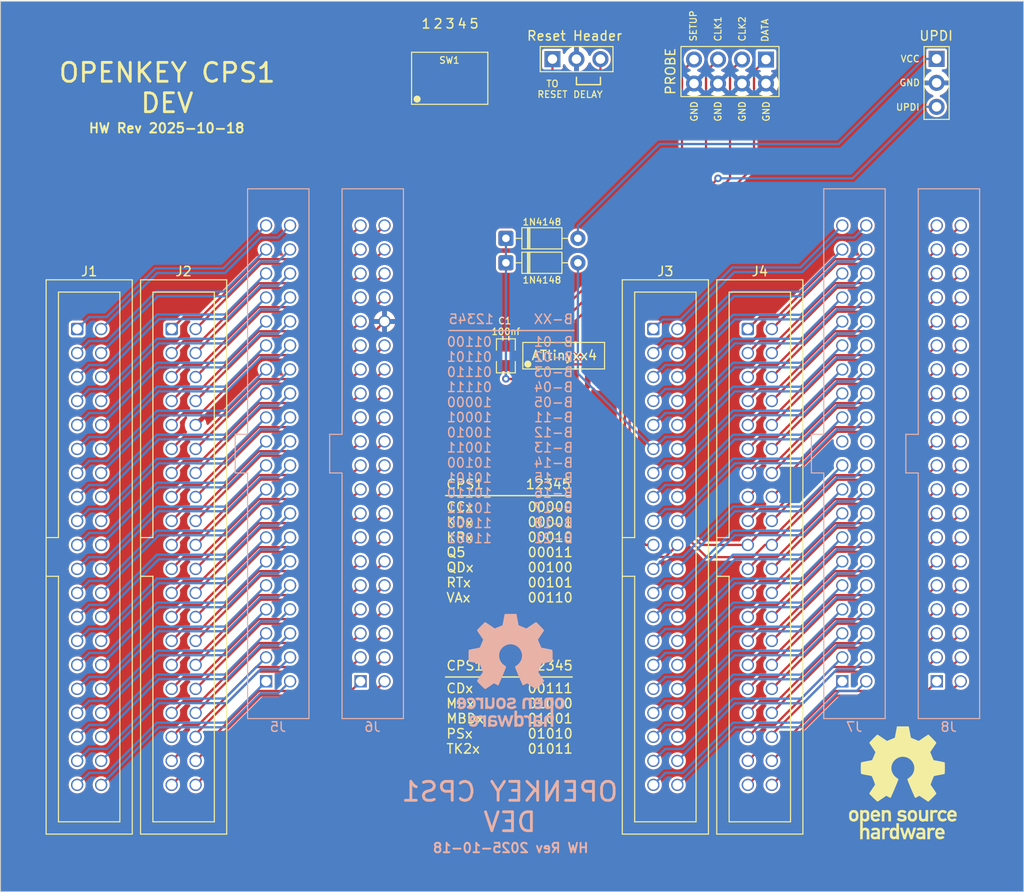
<source format=kicad_pcb>
(kicad_pcb (version 20241229) (generator "pcbnew") (generator_version "9.0")
  (layers (0 "F.Cu" signal) (2 "B.Cu" signal) (13 "F.Paste" user) (15 "B.Paste" user) (5 "F.SilkS" user "F.Silkscreen") (7 "B.SilkS" user "B.Silkscreen") (1 "F.Mask" user) (3 "B.Mask" user) (25 "Edge.Cuts" user))
  (property "REV" "2025-10-18")
  (net 0 "")
  (net 1 "CNA-1")
  (net 3 "CNA-3")
  (net 5 "CNA-5")
  (net 6 "CNA-2")
  (net 7 "CNA-7")
  (net 8 "CNA-4")
  (net 9 "CNA-9")
  (net 10 "CNA-10")
  (net 11 "CNC-105")
  (net 12 "CNA-6")
  (net 13 "CNA-13")
  (net 14 "CNA-8")
  (net 15 "CNA-15")
  (net 16 "CNA-16")
  (net 17 "CNA-17")
  (net 18 "CNA-18")
  (net 19 "GND")
  (net 20 "VCC")
  (net 21 "CNA-21")
  (net 22 "CNA-22")
  (net 23 "CNA-23")
  (net 24 "CNA-24")
  (net 25 "CNA-25")
  (net 26 "CNA-26")
  (net 27 "CNA-27")
  (net 28 "CNA-28")
  (net 29 "CNA-29")
  (net 30 "CNA-30")
  (net 31 "CNA-31")
  (net 32 "CNA-32")
  (net 33 "CNA-33")
  (net 34 "CNA-34")
  (net 35 "CNA-35")
  (net 36 "CNA-36")
  (net 37 "CNA-37")
  (net 38 "CNA-38")
  (net 39 "CNA-39")
  (net 40 "CNA-40")
  (net 41 "CNB-80")
  (net 42 "CNB-79")
  (net 43 "CNB-78")
  (net 44 "CNB-77")
  (net 45 "CNB-76")
  (net 46 "CNB-75")
  (net 47 "CNB-74")
  (net 48 "CNB-73")
  (net 49 "CNB-72")
  (net 50 "CNB-71")
  (net 51 "CNB-70")
  (net 52 "CNB-69")
  (net 53 "CNB-68")
  (net 54 "CNB-67")
  (net 55 "CNB-66")
  (net 56 "CNB-65")
  (net 57 "CNB-64")
  (net 58 "CNB-63")
  (net 59 "DATA")
  (net 60 "SETUP")
  (net 61 "CNB-60")
  (net 62 "CNB-59")
  (net 63 "CNB-58")
  (net 64 "CNB-57")
  (net 65 "CNB-56")
  (net 66 "CNB-55")
  (net 67 "CNB-54")
  (net 68 "CNB-53")
  (net 69 "CNB-52")
  (net 70 "CNB-51")
  (net 71 "CNB-50")
  (net 72 "CNB-49")
  (net 73 "CNB-48")
  (net 74 "CNB-47")
  (net 75 "CNB-46")
  (net 76 "CNB-45")
  (net 77 "CNB-44")
  (net 78 "CNB-43")
  (net 79 "CNB-42")
  (net 80 "CNB-41")
  (net 81 "CND-121")
  (net 82 "CND-122")
  (net 83 "CND-123")
  (net 84 "CND-124")
  (net 85 "CND-125")
  (net 86 "CND-126")
  (net 87 "CND-127")
  (net 88 "CND-128")
  (net 89 "CND-129")
  (net 90 "CND-130")
  (net 91 "CND-131")
  (net 92 "CND-132")
  (net 93 "CND-133")
  (net 94 "CND-134")
  (net 95 "CND-135")
  (net 96 "CND-136")
  (net 97 "CND-137")
  (net 98 "CND-138")
  (net 99 "CND-139")
  (net 100 "CND-140")
  (net 101 "CND-141")
  (net 102 "CND-142")
  (net 103 "CND-143")
  (net 104 "CND-144")
  (net 105 "CND-145")
  (net 106 "CND-146")
  (net 107 "CND-147")
  (net 108 "CND-148")
  (net 109 "CND-149")
  (net 110 "CND-150")
  (net 111 "CND-151")
  (net 112 "CND-152")
  (net 113 "CND-153")
  (net 114 "CND-154")
  (net 115 "CND-155")
  (net 116 "CND-156")
  (net 117 "CND-157")
  (net 118 "CND-158")
  (net 119 "CND-159")
  (net 120 "CND-160")
  (net 121 "CNC-120")
  (net 122 "CNC-119")
  (net 123 "CNC-118")
  (net 124 "CNC-117")
  (net 125 "CNC-116")
  (net 126 "CNC-115")
  (net 127 "CNC-114")
  (net 128 "CNC-113")
  (net 129 "CNC-112")
  (net 130 "CNC-110")
  (net 131 "CNC-109")
  (net 132 "CNC-108")
  (net 133 "CNC-107")
  (net 134 "CNC-106")
  (net 135 "CNC-104")
  (net 136 "CNC-103")
  (net 137 "CNC-102")
  (net 138 "CNC-101")
  (net 139 "CNC-100")
  (net 140 "CNC-99")
  (net 141 "CNC-98")
  (net 142 "CNC-97")
  (net 143 "CNC-96")
  (net 144 "CNC-95")
  (net 145 "CNC-94")
  (net 146 "CNC-93")
  (net 147 "CNC-92")
  (net 148 "CNC-91")
  (net 149 "CNC-90")
  (net 150 "CNC-89")
  (net 151 "CNC-88")
  (net 152 "CNC-87")
  (net 153 "CNC-86")
  (net 154 "CNC-85")
  (net 155 "CNC-84")
  (net 156 "CNC-83")
  (net 157 "CNC-82")
  (net 158 "CNC-81")
  (net 159 "CLK2")
  (net 160 "CNA-12")
  (net 161 "CNA-14")
  (net 162 "/UPDI")
  (net 163 "/SW1-5")
  (net 164 "/SW1-4")
  (net 165 "/SW1-3")
  (net 166 "/SW1-1")
  (net 167 "CLK1")
  (net 168 "/SW1-2")
  (net 169 "B BOARD VCC")
  (net 170 "/RESET_DELAY")
  (net 171 "RESET")
  (net 172 "UPDI VCC")
  (footprint "Diode_THT:D_DO-35_SOD27_P7.62mm_Horizontal" (layer "F.Cu") (at 164.3888 53.9496)
    (property "Reference" "D2" (hide yes))
    (property "Value" "1N4148")
  )
  (footprint "openkey:PinHeader_1x03_P2.54mm_Vertical" (layer "F.Cu") (at 209.9834 32.3596)
    (property "Reference" "J9" (hide yes))
    (property "Value" "Conn_01x03_Female" (hide yes))
  )
  (footprint "openkey:SolderJumper-2_P1.3mm_Open_Pad1.0x0.6mm" (layer "F.Cu") (at 160.0925 34.4325 90)
    (property "Reference" "JP2" (hide yes))
    (property "Value" "SolderJumper_2_Open")
  )
  (footprint "openkey:SolderJumper-2_P1.3mm_Open_Pad1.0x0.6mm" (layer "F.Cu") (at 156.8125 34.42 90)
    (property "Reference" "JP4" (hide yes))
    (property "Value" "SolderJumper_2_Open")
  )
  (footprint "openkey:SW_DIP_SPSTx05_Slide_Wurth_416131160805_W7.62mm_P1.27mm" (layer "F.Cu") (at 158.4375 34.42 90)
    (property "Reference" "SW1")
    (property "Value" "SW_DIP_x05")
  )
  (footprint "openkey:SolderJumper-2_P1.3mm_Open_Pad1.0x0.6mm" (layer "F.Cu") (at 161.7425 34.4325 90)
    (property "Reference" "JP1" (hide yes))
    (property "Value" "SolderJumper_2_Open")
  )
  (footprint "openkey:IDC-Header_2x20_P2.54mm_Vertical_1.3mm" (layer "F.Cu") (at 180 60.96)
    (property "Reference" "J3")
    (property "Value" "CNA Top")
  )
  (footprint "openkey:PinHeader_2x04_P2.54mm_Vertical" (layer "F.Cu") (at 191.9224 32.4308 -90)
    (property "Reference" "J10" (hide yes))
    (property "Value" "Conn_02x04_Top_Bottom" (hide yes))
  )
  (footprint "Symbol:OSHW-Logo_11.4x12mm_SilkScreen" (layer "F.Cu") (at 206.4 109)
    (property "Reference" "REF**" (hide yes))
    (property "Value" "OSHW-Logo_11.4x12mm_SilkScreen" (hide yes))
  )
  (footprint "openkey:IDC-Header_2x20_P2.54mm_Vertical_1.3mm" (layer "F.Cu") (at 129 60.96)
    (property "Reference" "J2")
    (property "Value" "CNC Top")
  )
  (footprint "openkey:SolderJumper-2_P1.3mm_Open_Pad1.0x0.6mm" (layer "F.Cu") (at 155.1325 34.4325 90)
    (property "Reference" "JP5" (hide yes))
    (property "Value" "SolderJumper_2_Open")
  )
  (footprint "openkey:IDC-Header_2x20_P2.54mm_Vertical_1.3mm" (layer "F.Cu") (at 190 60.96)
    (property "Reference" "J4")
    (property "Value" "CNB Top")
  )
  (footprint "Diode_THT:D_DO-35_SOD27_P7.62mm_Horizontal" (layer "F.Cu") (at 164.3888 51.3588)
    (property "Reference" "D1" (hide yes))
    (property "Value" "1N4148")
  )
  (footprint "openkey:PinHeader_1x03_P2.54mm_Vertical" (layer "F.Cu") (at 169.3164 32.385 90)
    (property "Reference" "J12" (hide yes))
    (property "Value" "Conn_01x03_Pin" (hide yes))
  )
  (footprint "openkey:C_0805_2012Metric_Pad1.18x1.45mm_HandSolder" (layer "F.Cu") (at 164.385 63.8 -90)
    (property "Reference" "C1")
    (property "Value" "100nF")
  )
  (footprint "openkey:IDC-Header_2x20_P2.54mm_Vertical_1.3mm" (layer "F.Cu") (at 119 60.96)
    (property "Reference" "J1")
    (property "Value" "CND Top")
  )
  (footprint "openkey:SolderJumper-2_P1.3mm_Open_Pad1.0x0.6mm" (layer "F.Cu") (at 158.4375 34.42 90)
    (property "Reference" "JP3" (hide yes))
    (property "Value" "SolderJumper_2_Open")
  )
  (footprint "openkey:SOIC-14_3.9x8.7mm_P1.27mm" (layer "F.Cu") (at 170.51 63.775 90)
    (property "Reference" "U1" (hide yes))
    (property "Value" "ATtinyxx4")
  )
  (footprint "openkey:PinSocket_2x20_P2.54mm_Vertical_1.3mm" (layer "B.Cu") (at 141.6 98.26)
    (property "Reference" "J5")
    (property "Value" "CND Bottom")
  )
  (footprint "openkey:PinSocket_2x20_P2.54mm_Vertical_1.3mm" (layer "B.Cu") (at 212.6 98.26)
    (property "Reference" "J8")
    (property "Value" "CNB Bottom")
  )
  (footprint "Symbol:OSHW-Logo_11.4x12mm_SilkScreen" (layer "B.Cu") (at 164.893717 97.092474 180)
    (property "Reference" "REF**" (hide yes))
    (property "Value" "OSHW-Logo_11.4x12mm_SilkScreen" (hide yes))
  )
  (footprint "openkey:PinSocket_2x20_P2.54mm_Vertical_1.3mm" (layer "B.Cu") (at 202.6 98.26)
    (property "Reference" "J7")
    (property "Value" "CNA Bottom")
  )
  (footprint "openkey:PinSocket_2x20_P2.54mm_Vertical_1.3mm" (layer "B.Cu") (at 151.6 98.26)
    (property "Reference" "J6")
    (property "Value" "CNC Bottom")
  )
  (gr_line (start 171.8564 34.3027) (end 171.8564 35.0901) (stroke (width 0.15)) (layer "F.SilkS"))
  (gr_line (start 158 97.8) (end 171.4 97.8) (stroke (width 0.15)) (layer "F.SilkS"))
  (gr_line (start 174.3964 35.0901) (end 174.3964 34.3027) (stroke (width 0.15)) (layer "F.SilkS"))
  (gr_line (start 171.8564 35.0901) (end 174.3964 35.0901) (stroke (width 0.15)) (layer "F.SilkS"))
  (gr_line (start 158 78.6) (end 171.2 78.6) (stroke (width 0.15)) (layer "F.SilkS"))
  (gr_line (start 158.4 61.12) (end 171.6 61.12) (stroke (width 0.15)) (layer "B.SilkS"))
  (gr_line (start 219.2 26.26) (end 219.2 120.53) (stroke (width 0.1)) (layer "Edge.Cuts"))
  (gr_line (start 110.88 26.26) (end 219.2 26.26) (stroke (width 0.1)) (layer "Edge.Cuts"))
  (gr_line (start 110.88 120.53) (end 219.2 120.53) (stroke (width 0.1)) (layer "Edge.Cuts"))
  (gr_line (start 110.88 120.53) (end 110.88 26.26) (stroke (width 0.1)) (layer "Edge.Cuts"))
  (gr_text "01001" (at 166.6 102.2 0) (layer "F.SilkS") (effects (font (size 1 1)) (justify left)))
  (gr_text "TO\nRESET" (at 169.3164 35.56 0) (layer "F.SilkS") (effects (font (size 0.7 0.7) (thickness 0.12))))
  (gr_text "KDx" (at 158 81.4 0) (layer "F.SilkS") (effects (font (size 1 1)) (justify left)))
  (gr_text "HW Rev ${REV}" (at 128.4732 39.7002 0) (layer "F.SilkS") (effects (font (size 1 1) (thickness 0.2))))
  (gr_text "00100" (at 166.6 86.2 0) (layer "F.SilkS") (effects (font (size 1 1)) (justify left)))
  (gr_text "Q5" (at 158 84.6 0) (layer "F.SilkS") (effects (font (size 1 1)) (justify left)))
  (gr_text "UPDI" (at 206.9338 37.4762 0) (layer "F.SilkS") (effects (font (size 0.7 0.7) (thickness 0.12))))
  (gr_text "UPDI" (at 209.931 29.9212 0) (layer "F.SilkS") (effects (font (size 1 1))))
  (gr_text "01011" (at 166.6 105.4 0) (layer "F.SilkS") (effects (font (size 1 1)) (justify left)))
  (gr_text "GND" (at 189.4078 37.9222 90) (layer "F.SilkS") (effects (font (size 0.7 0.7) (thickness 0.12))))
  (gr_text "CDx" (at 158 99 0) (layer "F.SilkS") (effects (font (size 1 1)) (justify left)))
  (gr_text "RTx" (at 158 87.8 0) (layer "F.SilkS") (effects (font (size 1 1)) (justify left)))
  (gr_text "12345" (at 166.6 96.6 0) (layer "F.SilkS") (effects (font (size 1 1)) (justify left)))
  (gr_text "VCC" (at 207.1878 32.3596 0) (layer "F.SilkS") (effects (font (size 0.7 0.7) (thickness 0.12))))
  (gr_text "00111" (at 166.6 99 0) (layer "F.SilkS") (effects (font (size 1 1)) (justify left)))
  (gr_text "PROBE" (at 181.8132 33.6804 90) (layer "F.SilkS") (effects (font (size 1 1))))
  (gr_text "00101" (at 166.6 87.8 0) (layer "F.SilkS") (effects (font (size 1 1)) (justify left)))
  (gr_text "4" (at 159.75 28.64 0) (layer "F.SilkS") (effects (font (size 1 1))))
  (gr_text "OPENKEY CPS1\nDEV" (at 128.524 35.433 0) (layer "F.SilkS") (effects (font (size 2 2) (thickness 0.3))))
  (gr_text "100nf" (at 164.385 61.235 0) (layer "F.SilkS") (effects (font (size 0.7 0.7) (thickness 0.12))))
  (gr_text "CPS1" (at 158 77.4 0) (layer "F.SilkS") (effects (font (size 1 1)) (justify left)))
  (gr_text "KRx" (at 158 83 0) (layer "F.SilkS") (effects (font (size 1 1)) (justify left)))
  (gr_text "DATA" (at 191.8208 30.6324 90) (layer "F.SilkS") (effects (font (size 0.7 0.7) (thickness 0.12)) (justify left)))
  (gr_text "GND" (at 207.137 34.8846 0) (layer "F.SilkS") (effects (font (size 0.7 0.7) (thickness 0.12))))
  (gr_text "3" (at 158.48 28.64 0) (layer "F.SilkS") (effects (font (size 1 1))))
  (gr_text "00010" (at 166.6 83 0) (layer "F.SilkS") (effects (font (size 1 1)) (justify left)))
  (gr_text "01010" (at 166.6 103.8 0) (layer "F.SilkS") (effects (font (size 1 1)) (justify left)))
  (gr_text "00110" (at 166.6 89.4 0) (layer "F.SilkS") (effects (font (size 1 1)) (justify left)))
  (gr_text "CLK1" (at 186.8424 30.5816 90) (layer "F.SilkS") (effects (font (size 0.7 0.7) (thickness 0.12)) (justify left)))
  (gr_text "MBx" (at 157.981971 100.6 0) (layer "F.SilkS") (effects (font (size 1 1)) (justify left)))
  (gr_text "CLK2" (at 189.4078 30.5816 90) (layer "F.SilkS") (effects (font (size 0.7 0.7) (thickness 0.12)) (justify left)))
  (gr_text "12345" (at 166.4 77.4 0) (layer "F.SilkS") (effects (font (size 1 1)) (justify left)))
  (gr_text "VAx" (at 158 89.4 0) (layer "F.SilkS") (effects (font (size 1 1)) (justify left)))
  (gr_text "GND" (at 191.9478 37.9222 90) (layer "F.SilkS") (effects (font (size 0.7 0.7) (thickness 0.12))))
  (gr_text "PSx" (at 158 103.8 0) (layer "F.SilkS") (effects (font (size 1 1)) (justify left)))
  (gr_text "TK2x" (at 158 105.4 0) (layer "F.SilkS") (effects (font (size 1 1)) (justify left)))
  (gr_text "GND" (at 184.3278 37.9222 90) (layer "F.SilkS") (effects (font (size 0.7 0.7) (thickness 0.12))))
  (gr_text "00000" (at 166.6 79.8 0) (layer "F.SilkS") (effects (font (size 1 1)) (justify left)))
  (gr_text "00001" (at 166.6 81.4 0) (layer "F.SilkS") (effects (font (size 1 1)) (justify left)))
  (gr_text "2" (at 157.21 28.64 0) (layer "F.SilkS") (effects (font (size 1 1))))
  (gr_text "Reset Header" (at 171.6532 29.9212 0) (layer "F.SilkS") (effects (font (size 1 1))))
  (gr_text "01000" (at 166.6 100.6 0) (layer "F.SilkS") (effects (font (size 1 1)) (justify left)))
  (gr_text "CPS1.5" (at 158 96.6 0) (layer "F.SilkS") (effects (font (size 1 1)) (justify left)))
  (gr_text "MBDx" (at 158 102.2 0) (layer "F.SilkS") (effects (font (size 1 1)) (justify left)))
  (gr_text "DELAY" (at 173.0756 36.1315 0) (layer "F.SilkS") (effects (font (size 0.7 0.7) (thickness 0.12))))
  (gr_text "CCx" (at 158 79.8 0) (layer "F.SilkS") (effects (font (size 1 1)) (justify left)))
  (gr_text "SETUP\n" (at 184.2262 30.5816 90) (layer "F.SilkS") (effects (font (size 0.7 0.7) (thickness 0.12)) (justify left)))
  (gr_text "00011" (at 166.6 84.6 0) (layer "F.SilkS") (effects (font (size 1 1)) (justify left)))
  (gr_text "GND" (at 186.8424 37.9222 90) (layer "F.SilkS") (effects (font (size 0.7 0.7) (thickness 0.12))))
  (gr_text "1" (at 155.94 28.64 0) (layer "F.SilkS") (effects (font (size 1 1))))
  (gr_text "5" (at 161.02 28.64 0) (layer "F.SilkS") (effects (font (size 1 1))))
  (gr_text "QDx" (at 158 86.2 0) (layer "F.SilkS") (effects (font (size 1 1)) (justify left)))
  (gr_text "B-17" (at 171.6 79.92 0) (layer "B.SilkS") (effects (font (size 1 1)) (justify left mirror)))
  (gr_text "10000" (at 163 68.72 0) (layer "B.SilkS") (effects (font (size 1 1)) (justify left mirror)))
  (gr_text "B-18" (at 171.6 81.52 0) (layer "B.SilkS") (effects (font (size 1 1)) (justify left mirror)))
  (gr_text "B-13" (at 171.6 73.52 0) (layer "B.SilkS") (effects (font (size 1 1)) (justify left mirror)))
  (gr_text "10101" (at 163 76.72 0) (layer "B.SilkS") (effects (font (size 1 1)) (justify left mirror)))
  (gr_text "B-03" (at 171.6 65.52 0) (layer "B.SilkS") (effects (font (size 1 1)) (justify left mirror)))
  (gr_text "01100" (at 163 62.32 0) (layer "B.SilkS") (effects (font (size 1 1)) (justify left mirror)))
  (gr_text "B-01" (at 171.6 62.32 0) (layer "B.SilkS") (effects (font (size 1 1)) (justify left mirror)))
  (gr_text "01101" (at 163 63.92 0) (layer "B.SilkS") (effects (font (size 1 1)) (justify left mirror)))
  (gr_text "B-12" (at 171.6 71.92 0) (layer "B.SilkS") (effects (font (size 1 1)) (justify left mirror)))
  (gr_text "B-02" (at 171.6 63.92 0) (layer "B.SilkS") (effects (font (size 1 1)) (justify left mirror)))
  (gr_text "B-15" (at 171.6 76.72 0) (layer "B.SilkS") (effects (font (size 1 1)) (justify left mirror)))
  (gr_text "12345" (at 163.2 59.92 0) (layer "B.SilkS") (effects (font (size 1 1)) (justify left mirror)))
  (gr_text "01111" (at 163 67.12 0) (layer "B.SilkS") (effects (font (size 1 1)) (justify left mirror)))
  (gr_text "10110" (at 163 78.32 0) (layer "B.SilkS") (effects (font (size 1 1)) (justify left mirror)))
  (gr_text "B-14" (at 171.6 75.12 0) (layer "B.SilkS") (effects (font (size 1 1)) (justify left mirror)))
  (gr_text "11000" (at 163 81.52 0) (layer "B.SilkS") (effects (font (size 1 1)) (justify left mirror)))
  (gr_text "10100" (at 163 75.12 0) (layer "B.SilkS") (effects (font (size 1 1)) (justify left mirror)))
  (gr_text "B-21" (at 171.6 83.12 0) (layer "B.SilkS") (effects (font (size 1 1)) (justify left mirror)))
  (gr_text "HW Rev ${REV}" (at 164.893717 115.9002 0) (layer "B.SilkS") (effects (font (size 1 1) (thickness 0.2)) (justify mirror)))
  (gr_text "B-16" (at 171.6 78.32 0) (layer "B.SilkS") (effects (font (size 1 1)) (justify left mirror)))
  (gr_text "10011" (at 163 73.52 0) (layer "B.SilkS") (effects (font (size 1 1)) (justify left mirror)))
  (gr_text "01110" (at 163 65.52 0) (layer "B.SilkS") (effects (font (size 1 1)) (justify left mirror)))
  (gr_text "B-04" (at 171.6 67.12 0) (layer "B.SilkS") (effects (font (size 1 1)) (justify left mirror)))
  (gr_text "OPENKEY CPS1\nDEV" (at 164.8 111.55 0) (layer "B.SilkS") (effects (font (size 2 2) (thickness 0.3)) (justify mirror)))
  (gr_text "10001" (at 163 70.32 0) (layer "B.SilkS") (effects (font (size 1 1)) (justify left mirror)))
  (gr_text "B-05" (at 171.6 68.72 0) (layer "B.SilkS") (effects (font (size 1 1)) (justify left mirror)))
  (gr_text "11001" (at 163 83.12 0) (layer "B.SilkS") (effects (font (size 1 1)) (justify left mirror)))
  (gr_text "B-11" (at 171.6 70.32 0) (layer "B.SilkS") (effects (font (size 1 1)) (justify left mirror)))
  (gr_text "B-XX" (at 171.6 59.92 0) (layer "B.SilkS") (effects (font (size 1 1)) (justify left mirror)))
  (gr_text "10111" (at 163 79.92 0) (layer "B.SilkS") (effects (font (size 1 1)) (justify left mirror)))
  (gr_text "10010" (at 163 71.92 0) (layer "B.SilkS") (effects (font (size 1 1)) (justify left mirror)))
  (segment (start 195.56 54.44) (end 188.367036 54.44) (width 0.24) (layer "B.Cu") (net 1))
  (segment (start 188.367036 54.44) (end 182.867036 59.94) (width 0.24) (layer "B.Cu") (net 1))
  (segment (start 182.867036 59.94) (end 181.02 59.94) (width 0.24) (layer "B.Cu") (net 1))
  (segment (start 200 50) (end 195.56 54.44) (width 0.24) (layer "B.Cu") (net 1))
  (segment (start 181.02 59.94) (end 180 60.96) (width 0.24) (layer "B.Cu") (net 1))
  (segment (start 183.118518 62.228518) (end 181.271482 62.228518) (width 0.24) (layer "B.Cu") (net 3))
  (segment (start 188.347036 57) (end 183.118518 62.228518) (width 0.24) (layer "B.Cu") (net 3))
  (segment (start 195.54 57) (end 188.347036 57) (width 0.24) (layer "B.Cu") (net 3))
  (segment (start 200 52.54) (end 195.54 57) (width 0.24) (layer "B.Cu") (net 3))
  (segment (start 181.271482 62.228518) (end 180 63.5) (width 0.24) (layer "B.Cu") (net 3))
  (segment (start 195.63 59.45) (end 200 55.08) (width 0.24) (layer "B.Cu") (net 5))
  (segment (start 180 66.04) (end 181.271482 64.768518) (width 0.24) (layer "B.Cu") (net 5))
  (segment (start 181.271482 64.768518) (end 183.118518 64.768518) (width 0.24) (layer "B.Cu") (net 5))
  (segment (start 188.437036 59.45) (end 195.63 59.45) (width 0.24) (layer "B.Cu") (net 5))
  (segment (start 183.118518 64.768518) (end 188.437036 59.45) (width 0.24) (layer "B.Cu") (net 5))
  (segment (start 199.422964 51.27) (end 201.27 51.27) (width 0.24) (layer "B.Cu") (net 6))
  (segment (start 201.27 51.27) (end 202.54 50) (width 0.24) (layer "B.Cu") (net 6))
  (segment (start 188.57 54.93) (end 195.762965 54.93) (width 0.24) (layer "B.Cu") (net 6))
  (segment (start 182.54 60.96) (end 188.57 54.93) (width 0.24) (layer "B.Cu") (net 6))
  (segment (start 195.762965 54.93) (end 199.422964 51.27) (width 0.24) (layer "B.Cu") (net 6))
  (segment (start 188.437036 61.99) (end 195.63 61.99) (width 0.24) (layer "B.Cu") (net 7))
  (segment (start 195.63 61.99) (end 200 57.62) (width 0.24) (layer "B.Cu") (net 7))
  (segment (start 183.117036 67.31) (end 188.437036 61.99) (width 0.24) (layer "B.Cu") (net 7))
  (segment (start 181.27 67.31) (end 183.117036 67.31) (width 0.24) (layer "B.Cu") (net 7))
  (segment (start 180 68.58) (end 181.27 67.31) (width 0.24) (layer "B.Cu") (net 7))
  (segment (start 199.422964 53.81) (end 201.27 53.81) (width 0.24) (layer "B.Cu") (net 8))
  (segment (start 188.55 57.49) (end 195.742964 57.49) (width 0.24) (layer "B.Cu") (net 8))
  (segment (start 201.27 53.81) (end 202.54 52.54) (width 0.24) (layer "B.Cu") (net 8))
  (segment (start 195.742964 57.49) (end 199.422964 53.81) (width 0.24) (layer "B.Cu") (net 8))
  (segment (start 182.54 63.5) (end 188.55 57.49) (width 0.24) (layer "B.Cu") (net 8))
  (segment (start 180 71.12) (end 181.271482 69.848518) (width 0.24) (layer "B.Cu") (net 9))
  (segment (start 188.437036 64.53) (end 195.63 64.53) (width 0.24) (layer "B.Cu") (net 9))
  (segment (start 181.271482 69.848518) (end 183.118518 69.848518) (width 0.24) (layer "B.Cu") (net 9))
  (segment (start 195.63 64.53) (end 200 60.16) (width 0.24) (layer "B.Cu") (net 9))
  (segment (start 183.118518 69.848518) (end 188.437036 64.53) (width 0.24) (layer "B.Cu") (net 9))
  (segment (start 188.64 65.02) (end 195.832965 65.02) (width 0.24) (layer "B.Cu") (net 10))
  (segment (start 195.832965 65.02) (end 199.422965 61.43) (width 0.24) (layer "B.Cu") (net 10))
  (segment (start 199.422965 61.43) (end 201.27 61.43) (width 0.24) (layer "B.Cu") (net 10))
  (segment (start 201.27 61.43) (end 202.54 60.16) (width 0.24) (layer "B.Cu") (net 10))
  (segment (start 182.54 71.12) (end 188.64 65.02) (width 0.24) (layer "B.Cu") (net 10))
  (segment (start 131.54 78.74) (end 138.45 71.83) (width 0.24) (layer "F.Cu") (net 11))
  (segment (start 145.642964 71.83) (end 148.422964 69.05) (width 0.24) (layer "F.Cu") (net 11))
  (segment (start 148.422964 69.05) (end 150.27 69.05) (width 0.24) (layer "F.Cu") (net 11))
  (segment (start 138.45 71.83) (end 145.642964 71.83) (width 0.24) (layer "F.Cu") (net 11))
  (segment (start 150.27 69.05) (end 151.54 67.78) (width 0.24) (layer "F.Cu") (net 11))
  (segment (start 195.832964 59.94) (end 199.422964 56.35) (width 0.24) (layer "B.Cu") (net 12))
  (segment (start 188.64 59.94) (end 195.832964 59.94) (width 0.24) (layer "B.Cu") (net 12))
  (segment (start 199.422964 56.35) (end 201.27 56.35) (width 0.24) (layer "B.Cu") (net 12))
  (segment (start 182.54 66.04) (end 188.64 59.94) (width 0.24) (layer "B.Cu") (net 12))
  (segment (start 201.27 56.35) (end 202.54 55.08) (width 0.24) (layer "B.Cu") (net 12))
  (segment (start 188.447036 69.6) (end 195.64 69.6) (width 0.24) (layer "B.Cu") (net 13))
  (segment (start 180 76.2) (end 181.27 74.93) (width 0.24) (layer "B.Cu") (net 13))
  (segment (start 195.64 69.6) (end 200 65.24) (width 0.24) (layer "B.Cu") (net 13))
  (segment (start 181.27 74.93) (end 183.117036 74.93) (width 0.24) (layer "B.Cu") (net 13))
  (segment (start 183.117036 74.93) (end 188.447036 69.6) (width 0.24) (layer "B.Cu") (net 13))
  (segment (start 199.422964 58.89) (end 201.27 58.89) (width 0.24) (layer "B.Cu") (net 14))
  (segment (start 201.27 58.89) (end 202.54 57.62) (width 0.24) (layer "B.Cu") (net 14))
  (segment (start 182.54 68.58) (end 188.64 62.48) (width 0.24) (layer "B.Cu") (net 14))
  (segment (start 188.64 62.48) (end 195.832964 62.48) (width 0.24) (layer "B.Cu") (net 14))
  (segment (start 195.832964 62.48) (end 199.422964 58.89) (width 0.24) (layer "B.Cu") (net 14))
  (segment (start 183.117036 77.47) (end 188.437036 72.15) (width 0.24) (layer "B.Cu") (net 15))
  (segment (start 180 78.74) (end 181.27 77.47) (width 0.24) (layer "B.Cu") (net 15))
  (segment (start 188.437036 72.15) (end 195.63 72.15) (width 0.24) (layer "B.Cu") (net 15))
  (segment (start 195.63 72.15) (end 200 67.78) (width 0.24) (layer "B.Cu") (net 15))
  (segment (start 181.27 77.47) (end 183.117036 77.47) (width 0.24) (layer "B.Cu") (net 15))
  (segment (start 188.64 72.64) (end 182.54 78.74) (width 0.24) (layer "B.Cu") (net 16))
  (segment (start 202.54 67.78) (end 201.28 69.04) (width 0.24) (layer "B.Cu") (net 16))
  (segment (start 195.832964 72.64) (end 188.64 72.64) (width 0.24) (layer "B.Cu") (net 16))
  (segment (start 199.432964 69.04) (end 195.832964 72.64) (width 0.24) (layer "B.Cu") (net 16))
  (segment (start 201.28 69.04) (end 199.432964 69.04) (width 0.24) (layer "B.Cu") (net 16))
  (segment (start 182.73 80.02) (end 183.107036 80.02) (width 0.24) (layer "B.Cu") (net 17))
  (segment (start 188.447035 74.68) (end 195.64 74.68) (width 0.24) (layer "B.Cu") (net 17))
  (segment (start 184.018518 79.108518) (end 188.447035 74.68) (width 0.24) (layer "B.Cu") (net 17))
  (segment (start 180 81.28) (end 181.26 80.02) (width 0.24) (layer "B.Cu") (net 17))
  (segment (start 195.64 74.68) (end 200 70.32) (width 0.24) (layer "B.Cu") (net 17))
  (segment (start 181.26 80.02) (end 182.73 80.02) (width 0.24) (layer "B.Cu") (net 17))
  (segment (start 183.107036 80.02) (end 184.018518 79.108518) (width 0.24) (layer "B.Cu") (net 17))
  (segment (start 201.27 71.59) (end 202.54 70.32) (width 0.24) (layer "B.Cu") (net 18))
  (segment (start 199.422964 71.59) (end 201.27 71.59) (width 0.24) (layer "B.Cu") (net 18))
  (segment (start 188.65 75.17) (end 195.842964 75.17) (width 0.24) (layer "B.Cu") (net 18))
  (segment (start 182.54 81.28) (end 188.65 75.17) (width 0.24) (layer "B.Cu") (net 18))
  (segment (start 195.842964 75.17) (end 199.422964 71.59) (width 0.24) (layer "B.Cu") (net 18))
  (segment (start 145.65 64.21) (end 148.43 61.43) (width 0.24) (layer "F.Cu") (net 19))
  (segment (start 138.45 64.21) (end 145.65 64.21) (width 0.24) (layer "F.Cu") (net 19))
  (segment (start 150.27 61.43) (end 151.54 60.16) (width 0.24) (layer "F.Cu") (net 19))
  (segment (start 131.54 71.12) (end 138.45 64.21) (width 0.24) (layer "F.Cu") (net 19))
  (segment (start 148.43 61.43) (end 150.27 61.43) (width 0.24) (layer "F.Cu") (net 19))
  (segment (start 164.385 66.235) (end 164.4 66.25) (width 0.25) (layer "F.Cu") (net 20))
  (segment (start 164.385 64.8375) (end 164.385 66.235) (width 0.25) (layer "F.Cu") (net 20))
  (segment (start 164.4 66.25) (end 166.7 66.25) (width 0.25) (layer "F.Cu") (net 20))
  (via (at 164.385 66.235) (size 0.8) (drill 0.4) (layers "F.Cu" "B.Cu") (net 20))
  (segment (start 164.3888 66.2312) (end 164.385 66.235) (width 0.24) (layer "B.Cu") (net 20))
  (segment (start 164.3888 53.9496) (end 164.3888 66.2312) (width 0.24) (layer "B.Cu") (net 20))
  (segment (start 164.3888 51.3588) (end 164.3888 53.9496) (width 0.24) (layer "B.Cu") (net 20))
  (segment (start 195.64 79.76) (end 200 75.4) (width 0.24) (layer "B.Cu") (net 21))
  (segment (start 188.447036 79.76) (end 189.36 79.76) (width 0.24) (layer "B.Cu") (net 21))
  (segment (start 183.118518 85.088518) (end 188.447036 79.76) (width 0.24) (layer "B.Cu") (net 21))
  (segment (start 189.36 79.76) (end 195.64 79.76) (width 0.24) (layer "B.Cu") (net 21))
  (segment (start 180 86.36) (end 181.271482 85.088518) (width 0.24) (layer "B.Cu") (net 21))
  (segment (start 181.271482 85.088518) (end 183.118518 85.088518) (width 0.24) (layer "B.Cu") (net 21))
  (segment (start 202.54 75.4) (end 201.298518 76.641482) (width 0.24) (layer "B.Cu") (net 22))
  (segment (start 188.65 80.25) (end 182.54 86.36) (width 0.24) (layer "B.Cu") (net 22))
  (segment (start 195.842964 80.25) (end 188.65 80.25) (width 0.24) (layer "B.Cu") (net 22))
  (segment (start 199.451482 76.641482) (end 195.842964 80.25) (width 0.24) (layer "B.Cu") (net 22))
  (segment (start 201.298518 76.641482) (end 199.451482 76.641482) (width 0.24) (layer "B.Cu") (net 22))
  (segment (start 181.27 87.63) (end 183.117036 87.63) (width 0.24) (layer "B.Cu") (net 23))
  (segment (start 183.117036 87.63) (end 188.447035 82.3) (width 0.24) (layer "B.Cu") (net 23))
  (segment (start 195.64 82.3) (end 200 77.94) (width 0.24) (layer "B.Cu") (net 23))
  (segment (start 180 88.9) (end 181.27 87.63) (width 0.24) (layer "B.Cu") (net 23))
  (segment (start 188.447035 82.3) (end 195.64 82.3) (width 0.24) (layer "B.Cu") (net 23))
  (segment (start 188.65 82.79) (end 182.54 88.9) (width 0.24) (layer "B.Cu") (net 24))
  (segment (start 201.27 79.21) (end 199.422964 79.21) (width 0.24) (layer "B.Cu") (net 24))
  (segment (start 195.842964 82.79) (end 188.65 82.79) (width 0.24) (layer "B.Cu") (net 24))
  (segment (start 199.422964 79.21) (end 195.842964 82.79) (width 0.24) (layer "B.Cu") (net 24))
  (segment (start 202.54 77.94) (end 201.27 79.21) (width 0.24) (layer "B.Cu") (net 24))
  (segment (start 183.117036 90.17) (end 188.437036 84.85) (width 0.24) (layer "B.Cu") (net 25))
  (segment (start 180 91.44) (end 181.27 90.17) (width 0.24) (layer "B.Cu") (net 25))
  (segment (start 188.437036 84.85) (end 195.63 84.85) (width 0.24) (layer "B.Cu") (net 25))
  (segment (start 195.63 84.85) (end 200 80.48) (width 0.24) (layer "B.Cu") (net 25))
  (segment (start 181.27 90.17) (end 183.117036 90.17) (width 0.24) (layer "B.Cu") (net 25))
  (segment (start 188.64 85.34) (end 195.832964 85.34) (width 0.24) (layer "B.Cu") (net 26))
  (segment (start 201.28 81.74) (end 202.54 80.48) (width 0.24) (layer "B.Cu") (net 26))
  (segment (start 195.832964 85.34) (end 199.432964 81.74) (width 0.24) (layer "B.Cu") (net 26))
  (segment (start 199.432964 81.74) (end 201.28 81.74) (width 0.24) (layer "B.Cu") (net 26))
  (segment (start 182.54 91.44) (end 188.64 85.34) (width 0.24) (layer "B.Cu") (net 26))
  (segment (start 180 93.98) (end 181.27 92.71) (width 0.24) (layer "B.Cu") (net 27))
  (segment (start 183.117036 92.71) (end 188.447036 87.38) (width 0.24) (layer "B.Cu") (net 27))
  (segment (start 195.64 87.38) (end 200 83.02) (width 0.24) (layer "B.Cu") (net 27))
  (segment (start 188.447036 87.38) (end 195.64 87.38) (width 0.24) (layer "B.Cu") (net 27))
  (segment (start 181.27 92.71) (end 183.117036 92.71) (width 0.24) (layer "B.Cu") (net 27))
  (segment (start 182.54 93.98) (end 188.65 87.87) (width 0.24) (layer "B.Cu") (net 28))
  (segment (start 199.422964 84.29) (end 201.27 84.29) (width 0.24) (layer "B.Cu") (net 28))
  (segment (start 201.27 84.29) (end 202.54 83.02) (width 0.24) (layer "B.Cu") (net 28))
  (segment (start 195.842964 87.87) (end 199.422964 84.29) (width 0.24) (layer "B.Cu") (net 28))
  (segment (start 188.65 87.87) (end 195.842964 87.87) (width 0.24) (layer "B.Cu") (net 28))
  (segment (start 195.64 89.92) (end 200 85.56) (width 0.24) (layer "B.Cu") (net 29))
  (segment (start 181.271482 95.248518) (end 183.118518 95.248518) (width 0.24) (layer "B.Cu") (net 29))
  (segment (start 183.118518 95.248518) (end 188.447036 89.92) (width 0.24) (layer "B.Cu") (net 29))
  (segment (start 180 96.52) (end 181.271482 95.248518) (width 0.24) (layer "B.Cu") (net 29))
  (segment (start 188.447036 89.92) (end 195.64 89.92) (width 0.24) (layer "B.Cu") (net 29))
  (segment (start 195.842964 90.41) (end 199.422964 86.83) (width 0.24) (layer "B.Cu") (net 30))
  (segment (start 201.27 86.83) (end 202.54 85.56) (width 0.24) (layer "B.Cu") (net 30))
  (segment (start 199.422964 86.83) (end 201.27 86.83) (width 0.24) (layer "B.Cu") (net 30))
  (segment (start 188.65 90.41) (end 195.842964 90.41) (width 0.24) (layer "B.Cu") (net 30))
  (segment (start 182.54 96.52) (end 188.65 90.41) (width 0.24) (layer "B.Cu") (net 30))
  (segment (start 181.266482 97.793518) (end 183.113518 97.793518) (width 0.24) (layer "B.Cu") (net 31))
  (segment (start 183.113518 97.793518) (end 188.437036 92.47) (width 0.24) (layer "B.Cu") (net 31))
  (segment (start 195.63 92.47) (end 200 88.1) (width 0.24) (layer "B.Cu") (net 31))
  (segment (start 188.437036 92.47) (end 195.63 92.47) (width 0.24) (layer "B.Cu") (net 31))
  (segment (start 180 99.06) (end 181.266482 97.793518) (width 0.24) (layer "B.Cu") (net 31))
  (segment (start 182.54 99.06) (end 188.64 92.96) (width 0.24) (layer "B.Cu") (net 32))
  (segment (start 195.832964 92.96) (end 199.422964 89.37) (width 0.24) (layer "B.Cu") (net 32))
  (segment (start 199.422964 89.37) (end 201.27 89.37) (width 0.24) (layer "B.Cu") (net 32))
  (segment (start 201.27 89.37) (end 202.54 88.1) (width 0.24) (layer "B.Cu") (net 32))
  (segment (start 188.64 92.96) (end 195.832964 92.96) (width 0.24) (layer "B.Cu") (net 32))
  (segment (start 183.118518 100.328518) (end 181.271482 100.328518) (width 0.24) (layer "B.Cu") (net 33))
  (segment (start 195.63 95.01) (end 188.437036 95.01) (width 0.24) (layer "B.Cu") (net 33))
  (segment (start 188.437036 95.01) (end 183.118518 100.328518) (width 0.24) (layer "B.Cu") (net 33))
  (segment (start 200 90.64) (end 195.63 95.01) (width 0.24) (layer "B.Cu") (net 33))
  (segment (start 181.271482 100.328518) (end 180 101.6) (width 0.24) (layer "B.Cu") (net 33))
  (segment (start 182.54 101.6) (end 188.64 95.5) (width 0.24) (layer "B.Cu") (net 34))
  (segment (start 201.27 91.91) (end 202.54 90.64) (width 0.24) (layer "B.Cu") (net 34))
  (segment (start 199.422964 91.91) (end 201.27 91.91) (width 0.24) (layer "B.Cu") (net 34))
  (segment (start 188.64 95.5) (end 195.832964 95.5) (width 0.24) (layer "B.Cu") (net 34))
  (segment (start 195.832964 95.5) (end 199.422964 91.91) (width 0.24) (layer "B.Cu") (net 34))
  (segment (start 180 104.14) (end 181.266482 102.873518) (width 0.24) (layer "B.Cu") (net 35))
  (segment (start 195.63 97.55) (end 200 93.18) (width 0.24) (layer "B.Cu") (net 35))
  (segment (start 188.437036 97.55) (end 195.63 97.55) (width 0.24) (layer "B.Cu") (net 35))
  (segment (start 181.266482 102.873518) (end 183.113518 102.873518) (width 0.24) (layer "B.Cu") (net 35))
  (segment (start 183.113518 102.873518) (end 188.437036 97.55) (width 0.24) (layer "B.Cu") (net 35))
  (segment (start 182.54 104.14) (end 188.64 98.04) (width 0.24) (layer "B.Cu") (net 36))
  (segment (start 188.64 98.04) (end 195.832965 98.04) (width 0.24) (layer "B.Cu") (net 36))
  (segment (start 201.27 94.45) (end 202.54 93.18) (width 0.24) (layer "B.Cu") (net 36))
  (segment (start 195.832965 98.04) (end 199.422965 94.45) (width 0.24) (layer "B.Cu") (net 36))
  (segment (start 199.422965 94.45) (end 201.27 94.45) (width 0.24) (layer "B.Cu") (net 36))
  (segment (start 195.63 100.09) (end 188.437035 100.09) (width 0.24) (layer "B.Cu") (net 37))
  (segment (start 188.437035 100.09) (end 183.117036 105.41) (width 0.24) (layer "B.Cu") (net 37))
  (segment (start 183.117036 105.41) (end 181.27 105.41) (width 0.24) (layer "B.Cu") (net 37))
  (segment (start 181.27 105.41) (end 180 106.68) (width 0.24) (layer "B.Cu") (net 37))
  (segment (start 200 95.72) (end 195.63 100.09) (width 0.24) (layer "B.Cu") (net 37))
  (segment (start 195.832964 100.58) (end 199.412964 97) (width 0.24) (layer "B.Cu") (net 38))
  (segment (start 188.64 100.58) (end 195.832964 100.58) (width 0.24) (layer "B.Cu") (net 38))
  (segment (start 199.412964 97) (end 201.26 97) (width 0.24) (layer "B.Cu") (net 38))
  (segment (start 182.54 106.68) (end 188.64 100.58) (width 0.24) (layer "B.Cu") (net 38))
  (segment (start 201.26 97) (end 202.54 95.72) (width 0.24) (layer "B.Cu") (net 38))
  (segment (start 181.27 107.95) (end 180 109.22) (width 0.24) (layer "B.Cu") (net 39))
  (segment (start 183.117036 107.95) (end 181.27 107.95) (width 0.24) (layer "B.Cu") (net 39))
  (segment (start 188.437036 102.63) (end 183.117036 107.95) (width 0.24) (layer "B.Cu") (net 39))
  (segment (start 200 98.26) (end 195.63 102.63) (width 0.24) (layer "B.Cu") (net 39))
  (segment (start 195.63 102.63) (end 188.437036 102.63) (width 0.24) (layer "B.Cu") (net 39))
  (segment (start 202.54 98.26) (end 201.52 99.28) (width 0.24) (layer "B.Cu") (net 40))
  (segment (start 199.672964 99.28) (end 195.832964 103.12) (width 0.24) (layer "B.Cu") (net 40))
  (segment (start 188.64 103.12) (end 182.54 109.22) (width 0.24) (layer "B.Cu") (net 40))
  (segment (start 195.832964 103.12) (end 188.64 103.12) (width 0.24) (layer "B.Cu") (net 40))
  (segment (start 201.52 99.28) (end 199.672964 99.28) (width 0.24) (layer "B.Cu") (net 40))
  (segment (start 193.113518 59.693518) (end 191.266482 59.693518) (width 0.24) (layer "F.Cu") (net 41))
  (segment (start 199.247036 53.56) (end 193.113518 59.693518) (width 0.24) (layer "F.Cu") (net 41))
  (segment (start 206.44 53.56) (end 199.247036 53.56) (width 0.24) (layer "F.Cu") (net 41))
  (segment (start 191.266482 59.693518) (end 190 60.96) (width 0.24) (layer "F.Cu") (net 41))
  (segment (start 210 50) (end 206.44 53.56) (width 0.24) (layer "F.Cu") (net 41))
  (segment (start 192.54 60.96) (end 199.44 54.06) (width 0.24) (layer "F.Cu") (net 42))
  (segment (start 211.27 51.27) (end 212.54 50) (width 0.24) (layer "F.Cu") (net 42))
  (segment (start 199.44 54.06) (end 206.632964 54.06) (width 0.24) (layer "F.Cu") (net 42))
  (segment (start 209.422964 51.27) (end 211.27 51.27) (width 0.24) (layer "F.Cu") (net 42))
  (segment (start 206.632964 54.06) (end 209.422964 51.27) (width 0.24) (layer "F.Cu") (net 42))
  (segment (start 210 52.54) (end 206.44 56.1) (width 0.24) (layer "F.Cu") (net 43))
  (segment (start 193.117036 62.23) (end 191.27 62.23) (width 0.24) (layer "F.Cu") (net 43))
  (segment (start 199.247036 56.1) (end 193.117036 62.23) (width 0.24) (layer "F.Cu") (net 43))
  (segment (start 191.27 62.23) (end 190 63.5) (width 0.24) (layer "F.Cu") (net 43))
  (segment (start 206.44 56.1) (end 199.247036 56.1) (width 0.24) (layer "F.Cu") (net 43))
  (segment (start 211.27 53.81) (end 212.54 52.54) (width 0.24) (layer "F.Cu") (net 44))
  (segment (start 209.422964 53.81) (end 211.27 53.81) (width 0.24) (layer "F.Cu") (net 44))
  (segment (start 192.54 63.5) (end 199.45 56.59) (width 0.24) (layer "F.Cu") (net 44))
  (segment (start 199.45 56.59) (end 206.642965 56.59) (width 0.24) (layer "F.Cu") (net 44))
  (segment (start 206.642965 56.59) (end 209.422964 53.81) (width 0.24) (layer "F.Cu") (net 44))
  (segment (start 206.44 58.64) (end 199.247036 58.64) (width 0.24) (layer "F.Cu") (net 45))
  (segment (start 191.27 64.77) (end 190 66.04) (width 0.24) (layer "F.Cu") (net 45))
  (segment (start 193.117036 64.77) (end 191.27 64.77) (width 0.24) (layer "F.Cu") (net 45))
  (segment (start 199.247036 58.64) (end 193.117036 64.77) (width 0.24) (layer "F.Cu") (net 45))
  (segment (start 210 55.08) (end 206.44 58.64) (width 0.24) (layer "F.Cu") (net 45))
  (segment (start 206.642964 59.13) (end 209.422964 56.35) (width 0.24) (layer "F.Cu") (net 46))
  (segment (start 192.54 66.04) (end 199.45 59.13) (width 0.24) (layer "F.Cu") (net 46))
  (segment (start 211.27 56.35) (end 212.54 55.08) (width 0.24) (layer "F.Cu") (net 46))
  (segment (start 209.422964 56.35) (end 211.27 56.35) (width 0.24) (layer "F.Cu") (net 46))
  (segment (start 199.45 59.13) (end 206.642964 59.13) (width 0.24) (layer "F.Cu") (net 46))
  (segment (start 191.271482 67.308518) (end 190 68.58) (width 0.24) (layer "F.Cu") (net 47))
  (segment (start 199.237036 61.19) (end 193.118518 67.308518) (width 0.24) (layer "F.Cu") (net 47))
  (segment (start 210 57.62) (end 206.43 61.19) (width 0.24) (layer "F.Cu") (net 47))
  (segment (start 206.43 61.19) (end 199.237036 61.19) (width 0.24) (layer "F.Cu") (net 47))
  (segment (start 193.118518 67.308518) (end 191.271482 67.308518) (width 0.24) (layer "F.Cu") (net 47))
  (segment (start 211.27 58.89) (end 212.54 57.62) (width 0.24) (layer "F.Cu") (net 48))
  (segment (start 209.422964 58.89) (end 211.27 58.89) (width 0.24) (layer "F.Cu") (net 48))
  (segment (start 206.632965 61.68) (end 209.422964 58.89) (width 0.24) (layer "F.Cu") (net 48))
  (segment (start 199.44 61.68) (end 206.632965 61.68) (width 0.24) (layer "F.Cu") (net 48))
  (segment (start 192.54 68.58) (end 199.44 61.68) (width 0.24) (layer "F.Cu") (net 48))
  (segment (start 206.43 63.73) (end 199.237036 63.73) (width 0.24) (layer "F.Cu") (net 49))
  (segment (start 191.271482 69.848518) (end 190 71.12) (width 0.24) (layer "F.Cu") (net 49))
  (segment (start 193.118518 69.848518) (end 191.271482 69.848518) (width 0.24) (layer "F.Cu") (net 49))
  (segment (start 210 60.16) (end 206.43 63.73) (width 0.24) (layer "F.Cu") (net 49))
  (segment (start 199.237036 63.73) (end 193.118518 69.848518) (width 0.24) (layer "F.Cu") (net 49))
  (segment (start 206.632964 64.22) (end 209.422964 61.43) (width 0.24) (layer "F.Cu") (net 50))
  (segment (start 211.27 61.43) (end 212.54 60.16) (width 0.24) (layer "F.Cu") (net 50))
  (segment (start 209.422964 61.43) (end 211.27 61.43) (width 0.24) (layer "F.Cu") (net 50))
  (segment (start 192.54 71.12) (end 199.44 64.22) (width 0.24) (layer "F.Cu") (net 50))
  (segment (start 199.44 64.22) (end 206.632964 64.22) (width 0.24) (layer "F.Cu") (net 50))
  (segment (start 194.12 71.38) (end 194.12 71.387036) (width 0.24) (layer "F.Cu") (net 51))
  (segment (start 193.113518 72.393518) (end 191.266482 72.393518) (width 0.24) (layer "F.Cu") (net 51))
  (segment (start 206.43 66.27) (end 199.23 66.27) (width 0.24) (layer "F.Cu") (net 51))
  (segment (start 194.12 71.387036) (end 193.113518 72.393518) (width 0.24) (layer "F.Cu") (net 51))
  (segment (start 199.23 66.27) (end 194.12 71.38) (width 0.24) (layer "F.Cu") (net 51))
  (segment (start 210 62.7) (end 206.43 66.27) (width 0.24) (layer "F.Cu") (net 51))
  (segment (start 191.266482 72.393518) (end 190 73.66) (width 0.24) (layer "F.Cu") (net 51))
  (segment (start 192.54 73.66) (end 199.44 66.76) (width 0.24) (layer "F.Cu") (net 52))
  (segment (start 211.27 63.97) (end 212.54 62.7) (width 0.24) (layer "F.Cu") (net 52))
  (segment (start 199.44 66.76) (end 206.632964 66.76) (width 0.24) (layer "F.Cu") (net 52))
  (segment (start 209.422964 63.97) (end 211.27 63.97) (width 0.24) (layer "F.Cu") (net 52))
  (segment (start 206.632964 66.76) (end 209.422964 63.97) (width 0.24) (layer "F.Cu") (net 52))
  (segment (start 206.44 68.8) (end 199.247036 68.8) (width 0.24) (layer "F.Cu") (net 53))
  (segment (start 191.27 74.93) (end 190 76.2) (width 0.24) (layer "F.Cu") (net 53))
  (segment (start 193.117036 74.93) (end 191.27 74.93) (width 0.24) (layer "F.Cu") (net 53))
  (segment (start 199.247036 68.8) (end 193.117036 74.93) (width 0.24) (layer "F.Cu") (net 53))
  (segment (start 210 65.24) (end 206.44 68.8) (width 0.24) (layer "F.Cu") (net 53))
  (segment (start 199.44 69.3) (end 206.632964 69.3) (width 0.24) (layer "F.Cu") (net 54))
  (segment (start 209.422964 66.51) (end 211.27 66.51) (width 0.24) (layer "F.Cu") (net 54))
  (segment (start 211.27 66.51) (end 212.54 65.24) (width 0.24) (layer "F.Cu") (net 54))
  (segment (start 192.54 76.2) (end 199.44 69.3) (width 0.24) (layer "F.Cu") (net 54))
  (segment (start 206.632964 69.3) (end 209.422964 66.51) (width 0.24) (layer "F.Cu") (net 54))
  (segment (start 199.237036 71.35) (end 193.117036 77.47) (width 0.24) (layer "F.Cu") (net 55))
  (segment (start 193.117036 77.47) (end 191.27 77.47) (width 0.24) (layer "F.Cu") (net 55))
  (segment (start 191.27 77.47) (end 190 78.74) (width 0.24) (layer "F.Cu") (net 55))
  (segment (start 210 67.78) (end 206.43 71.35) (width 0.24) (layer "F.Cu") (net 55))
  (segment (start 206.43 71.35) (end 199.237036 71.35) (width 0.24) (layer "F.Cu") (net 55))
  (segment (start 211.27 69.05) (end 212.54 67.78) (width 0.24) (layer "F.Cu") (net 56))
  (segment (start 209.422964 69.05) (end 211.27 69.05) (width 0.24) (layer "F.Cu") (net 56))
  (segment (start 199.44 71.84) (end 206.632964 71.84) (width 0.24) (layer "F.Cu") (net 56))
  (segment (start 206.632964 71.84) (end 209.422964 69.05) (width 0.24) (layer "F.Cu") (net 56))
  (segment (start 192.54 78.74) (end 199.44 71.84) (width 0.24) (layer "F.Cu") (net 56))
  (segment (start 206.43 73.89) (end 199.237036 73.89) (width 0.24) (layer "F.Cu") (net 57))
  (segment (start 199.237036 73.89) (end 193.123518 80.003518) (width 0.24) (layer "F.Cu") (net 57))
  (segment (start 191.276482 80.003518) (end 190 81.28) (width 0.24) (layer "F.Cu") (net 57))
  (segment (start 193.123518 80.003518) (end 191.276482 80.003518) (width 0.24) (layer "F.Cu") (net 57))
  (segment (start 210 70.32) (end 206.43 73.89) (width 0.24) (layer "F.Cu") (net 57))
  (segment (start 209.422964 71.59) (end 211.27 71.59) (width 0.24) (layer "F.Cu") (net 58))
  (segment (start 206.632964 74.38) (end 209.422964 71.59) (width 0.24) (layer "F.Cu") (net 58))
  (segment (start 192.54 81.28) (end 199.44 74.38) (width 0.24) (layer "F.Cu") (net 58))
  (segment (start 211.27 71.59) (end 212.54 70.32) (width 0.24) (layer "F.Cu") (net 58))
  (segment (start 199.44 74.38) (end 206.632964 74.38) (width 0.24) (layer "F.Cu") (net 58))
  (segment (start 174.6 62.7) (end 174.32 62.42) (width 0.24) (layer "F.Cu") (net 59))
  (segment (start 178.213751 80.936249) (end 177.975 80.697498) (width 0.24) (layer "F.Cu") (net 59))
  (segment (start 190.6524 43.7642) (end 190.6524 33.7008) (width 0.24) (layer "F.Cu") (net 59))
  (segment (start 193.127036 82.54) (end 199.237036 76.43) (width 0.24) (layer "F.Cu") (net 59))
  (segment (start 174.32 62.42) (end 174.32 61.3) (width 0.24) (layer "F.Cu") (net 59))
  (segment (start 179.587502 82.31) (end 183.5798 82.31) (width 0.24) (layer "F.Cu") (net 59))
  (segment (start 191.28 82.54) (end 193.127036 82.54) (width 0.24) (layer "F.Cu") (net 59))
  (segment (start 177.98 80.702498) (end 178.213751 80.936249) (width 0.24) (layer "F.Cu") (net 59))
  (segment (start 206.43 76.43) (end 210 72.86) (width 0.24) (layer "F.Cu") (net 59))
  (segment (start 190 83.82) (end 191.28 82.54) (width 0.24) (layer "F.Cu") (net 59))
  (segment (start 183.5798 82.31) (end 185.0898 83.82) (width 0.24) (layer "F.Cu") (net 59))
  (segment (start 177.975 63.661964) (end 177.013036 62.7) (width 0.24) (layer "F.Cu") (net 59))
  (segment (start 174.32 60.38) (end 174.32 61.3) (width 0.24) (layer "F.Cu") (net 59))
  (segment (start 177.975 80.697498) (end 177.975 63.661964) (width 0.24) (layer "F.Cu") (net 59))
  (segment (start 174.32 60.0966) (end 190.6524 43.7642) (width 0.24) (layer "F.Cu") (net 59))
  (segment (start 177.013036 62.7) (end 174.6 62.7) (width 0.24) (layer "F.Cu") (net 59))
  (segment (start 190.6524 33.7008) (end 191.9224 32.4308) (width 0.24) (layer "F.Cu") (net 59))
  (segment (start 185.0898 83.82) (end 185.4962 83.82) (width 0.24) (layer "F.Cu") (net 59))
  (segment (start 174.32 61.3) (end 174.32 60.0966) (width 0.24) (layer "F.Cu") (net 59))
  (segment (start 199.237036 76.43) (end 206.43 76.43) (width 0.24) (layer "F.Cu") (net 59))
  (segment (start 178.213751 80.936249) (end 179.587502 82.31) (width 0.24) (layer "F.Cu") (net 59))
  (segment (start 190 83.82) (end 185.4962 83.82) (width 0.24) (layer "F.Cu") (net 59))
  (segment (start 179.47 85.09) (end 176.495 82.115) (width 0.24) (layer "F.Cu") (net 60))
  (segment (start 182.54 83.82) (end 181.27 85.09) (width 0.24) (layer "F.Cu") (net 60))
  (segment (start 183.0324 46.2788) (end 183.0324 33.7008) (width 0.24) (layer "F.Cu") (net 60))
  (segment (start 176.495 82.115) (end 176.495 64.275) (width 0.24) (layer "F.Cu") (net 60))
  (segment (start 169.24 61.3) (end 169.24 60.0712) (width 0.24) (layer "F.Cu") (net 60))
  (segment (start 171.005 64.18) (end 169.24 62.415) (width 0.24) (layer "F.Cu") (net 60))
  (segment (start 183.0324 33.7008) (end 184.3024 32.4308) (width 0.24) (layer "F.Cu") (net 60))
  (segment (start 176.495 64.275) (end 176.4 64.18) (width 0.24) (layer "F.Cu") (net 60))
  (segment (start 176.4 64.18) (end 171.005 64.18) (width 0.24) (layer "F.Cu") (net 60))
  (segment (start 181.27 85.09) (end 179.47 85.09) (width 0.24) (layer "F.Cu") (net 60))
  (segment (start 169.24 62.415) (end 169.24 61.3) (width 0.24) (layer "F.Cu") (net 60))
  (segment (start 169.24 60.0712) (end 183.0324 46.2788) (width 0.24) (layer "F.Cu") (net 60))
  (segment (start 210 75.4) (end 206.43 78.97) (width 0.24) (layer "F.Cu") (net 61))
  (segment (start 199.237036 78.97) (end 193.117036 85.09) (width 0.24) (layer "F.Cu") (net 61))
  (segment (start 206.43 78.97) (end 199.237036 78.97) (width 0.24) (layer "F.Cu") (net 61))
  (segment (start 191.27 85.09) (end 190 86.36) (width 0.24) (layer "F.Cu") (net 61))
  (segment (start 193.117036 85.09) (end 191.27 85.09) (width 0.24) (layer "F.Cu") (net 61))
  (segment (start 192.54 86.36) (end 199.44 79.46) (width 0.24) (layer "F.Cu") (net 62))
  (segment (start 211.27 76.67) (end 212.54 75.4) (width 0.24) (layer "F.Cu") (net 62))
  (segment (start 209.422965 76.67) (end 211.27 76.67) (width 0.24) (layer "F.Cu") (net 62))
  (segment (start 199.44 79.46) (end 206.632965 79.46) (width 0.24) (layer "F.Cu") (net 62))
  (segment (start 206.632965 79.46) (end 209.422965 76.67) (width 0.24) (layer "F.Cu") (net 62))
  (segment (start 191.27 87.63) (end 193.117036 87.63) (width 0.24) (layer "F.Cu") (net 63))
  (segment (start 199.237036 81.51) (end 206.43 81.51) (width 0.24) (layer "F.Cu") (net 63))
  (segment (start 206.43 81.51) (end 210 77.94) (width 0.24) (layer "F.Cu") (net 63))
  (segment (start 193.117036 87.63) (end 199.237036 81.51) (width 0.24) (layer "F.Cu") (net 63))
  (segment (start 190 88.9) (end 191.27 87.63) (width 0.24) (layer "F.Cu") (net 63))
  (segment (start 206.632964 82) (end 209.422964 79.21) (width 0.24) (layer "F.Cu") (net 64))
  (segment (start 192.54 88.9) (end 199.44 82) (width 0.24) (layer "F.Cu") (net 64))
  (segment (start 199.44 82) (end 206.632964 82) (width 0.24) (layer "F.Cu") (net 64))
  (segment (start 211.27 79.21) (end 212.54 77.94) (width 0.24) (layer "F.Cu") (net 64))
  (segment (start 209.422964 79.21) (end 211.27 79.21) (width 0.24) (layer "F.Cu") (net 64))
  (segment (start 193.117036 90.17) (end 199.237036 84.05) (width 0.24) (layer "F.Cu") (net 65))
  (segment (start 206.43 84.05) (end 210 80.48) (width 0.24) (layer "F.Cu") (net 65))
  (segment (start 191.27 90.17) (end 193.117036 90.17) (width 0.24) (layer "F.Cu") (net 65))
  (segment (start 199.237036 84.05) (end 206.43 84.05) (width 0.24) (layer "F.Cu") (net 65))
  (segment (start 190 91.44) (end 191.27 90.17) (width 0.24) (layer "F.Cu") (net 65))
  (segment (start 192.54 91.44) (end 199.44 84.54) (width 0.24) (layer "F.Cu") (net 66))
  (segment (start 211.27 81.75) (end 212.54 80.48) (width 0.24) (layer "F.Cu") (net 66))
  (segment (start 206.632964 84.54) (end 209.422964 81.75) (width 0.24) (layer "F.Cu") (net 66))
  (segment (start 199.44 84.54) (end 206.632964 84.54) (width 0.24) (layer "F.Cu") (net 66))
  (segment (start 209.422964 81.75) (end 211.27 81.75) (width 0.24) (layer "F.Cu") (net 66))
  (segment (start 193.117036 92.71) (end 199.237036 86.59) (width 0.24) (layer "F.Cu") (net 67))
  (segment (start 199.237036 86.59) (end 206.43 86.59) (width 0.24) (layer "F.Cu") (net 67))
  (segment (start 206.43 86.59) (end 210 83.02) (width 0.24) (layer "F.Cu") (net 67))
  (segment (start 190 93.98) (end 191.27 92.71) (width 0.24) (layer "F.Cu") (net 67))
  (segment (start 191.27 92.71) (end 193.117036 92.71) (width 0.24) (layer "F.Cu") (net 67))
  (segment (start 192.54 93.98) (end 199.44 87.08) (width 0.24) (layer "F.Cu") (net 68))
  (segment (start 211.27 84.29) (end 212.54 83.02) (width 0.24) (layer "F.Cu") (net 68))
  (segment (start 206.632964 87.08) (end 209.422964 84.29) (width 0.24) (layer "F.Cu") (net 68))
  (segment (start 199.44 87.08) (end 206.632964 87.08) (width 0.24) (layer "F.Cu") (net 68))
  (segment (start 209.422964 84.29) (end 211.27 84.29) (width 0.24) (layer "F.Cu") (net 68))
  (segment (start 193.117036 95.25) (end 199.237036 89.13) (width 0.24) (layer "F.Cu") (net 69))
  (segment (start 190 96.52) (end 191.27 95.25) (width 0.24) (layer "F.Cu") (net 69))
  (segment (start 199.237036 89.13) (end 206.43 89.13) (width 0.24) (layer "F.Cu") (net 69))
  (segment (start 191.27 95.25) (end 193.117036 95.25) (width 0.24) (layer "F.Cu") (net 69))
  (segment (start 206.43 89.13) (end 210 85.56) (width 0.24) (layer "F.Cu") (net 69))
  (segment (start 206.632964 89.62) (end 209.422964 86.83) (width 0.24) (layer "F.Cu") (net 70))
  (segment (start 199.44 89.62) (end 206.632964 89.62) (width 0.24) (layer "F.Cu") (net 70))
  (segment (start 209.422964 86.83) (end 211.27 86.83) (width 0.24) (layer "F.Cu") (net 70))
  (segment (start 192.54 96.52) (end 199.44 89.62) (width 0.24) (layer "F.Cu") (net 70))
  (segment (start 211.27 86.83) (end 212.54 85.56) (width 0.24) (layer "F.Cu") (net 70))
  (segment (start 206.43 91.67) (end 210 88.1) (width 0.24) (layer "F.Cu") (net 71))
  (segment (start 193.117036 97.79) (end 199.237036 91.67) (width 0.24) (layer "F.Cu") (net 71))
  (segment (start 191.27 97.79) (end 193.117036 97.79) (width 0.24) (layer "F.Cu") (net 71))
  (segment (start 190 99.06) (end 191.27 97.79) (width 0.24) (layer "F.Cu") (net 71))
  (segment (start 199.237036 91.67) (end 206.43 91.67) (width 0.24) (layer "F.Cu") (net 71))
  (segment (start 211.28 89.36) (end 212.54 88.1) (width 0.24) (layer "F.Cu") (net 72))
  (segment (start 199.44 92.16) (end 206.632964 92.16) (width 0.24) (layer "F.Cu") (net 72))
  (segment (start 206.632964 92.16) (end 209.432964 89.36) (width 0.24) (layer "F.Cu") (net 72))
  (segment (start 209.432964 89.36) (end 211.28 89.36) (width 0.24) (layer "F.Cu") (net 72))
  (segment (start 192.54 99.06) (end 199.44 92.16) (width 0.24) (layer "F.Cu") (net 72))
  (segment (start 206.43 94.21) (end 210 90.64) (width 0.24) (layer "F.Cu") (net 73))
  (segment (start 193.117036 100.33) (end 199.237036 94.21) (width 0.24) (layer "F.Cu") (net 73))
  (segment (start 199.237036 94.21) (end 206.43 94.21) (width 0.24) (layer "F.Cu") (net 73))
  (segment (start 190 101.6) (end 191.27 100.33) (width 0.24) (layer "F.Cu") (net 73))
  (segment (start 191.27 100.33) (end 193.117036 100.33) (width 0.24) (layer "F.Cu") (net 73))
  (segment (start 206.632964 94.7) (end 209.412964 91.92) (width 0.24) (layer "F.Cu") (net 74))
  (segment (start 199.44 94.7) (end 206.632964 94.7) (width 0.24) (layer "F.Cu") (net 74))
  (segment (start 192.54 101.6) (end 199.44 94.7) (width 0.24) (layer "F.Cu") (net 74))
  (segment (start 211.26 91.92) (end 212.54 90.64) (width 0.24) (layer "F.Cu") (net 74))
  (segment (start 209.412964 91.92) (end 211.26 91.92) (width 0.24) (layer "F.Cu") (net 74))
  (segment (start 206.44 96.74) (end 210 93.18) (width 0.24) (layer "F.Cu") (net 75))
  (segment (start 191.27 102.87) (end 192.867036 102.87) (width 0.24) (layer "F.Cu") (net 75))
  (segment (start 198.997036 96.74) (end 206.44 96.74) (width 0.24) (layer "F.Cu") (net 75))
  (segment (start 192.867036 102.87) (end 198.997036 96.74) (width 0.24) (layer "F.Cu") (net 75))
  (segment (start 190 104.14) (end 191.27 102.87) (width 0.24) (layer "F.Cu") (net 75))
  (segment (start 209.422964 94.45) (end 206.642964 97.23) (width 0.24) (layer "F.Cu") (net 76))
  (segment (start 206.642964 97.23) (end 199.2 97.23) (width 0.24) (layer "F.Cu") (net 76))
  (segment (start 192.54 103.89) (end 192.54 104.14) (width 0.24) (layer "F.Cu") (net 76))
  (segment (start 199.2 97.23) (end 192.54 103.89) (width 0.24) (layer "F.Cu") (net 76))
  (segment (start 212.54 93.18) (end 211.27 94.45) (width 0.24) (layer "F.Cu") (net 76))
  (segment (start 211.27 94.45) (end 209.422964 94.45) (width 0.24) (layer "F.Cu") (net 76))
  (segment (start 199.247036 99.28) (end 193.117036 105.41) (width 0.24) (layer "F.Cu") (net 77))
  (segment (start 191.27 105.41) (end 190 106.68) (width 0.24) (layer "F.Cu") (net 77))
  (segment (start 210 95.72) (end 206.44 99.28) (width 0.24) (layer "F.Cu") (net 77))
  (segment (start 193.117036 105.41) (end 191.27 105.41) (width 0.24) (layer "F.Cu") (net 77))
  (segment (start 206.44 99.28) (end 199.247036 99.28) (width 0.24) (layer "F.Cu") (net 77))
  (segment (start 209.432964 96.98) (end 206.642965 99.77) (width 0.24) (layer "F.Cu") (net 78))
  (segment (start 211.28 96.98) (end 209.432964 96.98) (width 0.24) (layer "F.Cu") (net 78))
  (segment (start 199.45 99.77) (end 198.005 101.215) (width 0.24) (layer "F.Cu") (net 78))
  (segment (start 206.642965 99.77) (end 199.45 99.77) (width 0.24) (layer "F.Cu") (net 78))
  (segment (start 212.54 95.72) (end 211.28 96.98) (width 0.24) (layer "F.Cu") (net 78))
  (segment (start 192.54 106.68) (end 198.005 101.215) (width 0.24) (layer "F.Cu") (net 78))
  (segment (start 206.44 101.82) (end 210 98.26) (width 0.24) (layer "F.Cu") (net 79))
  (segment (start 193.117036 107.95) (end 199.247036 101.82) (width 0.24) (layer "F.Cu") (net 79))
  (segment (start 191.27 107.95) (end 193.117036 107.95) (width 0.24) (layer "F.Cu") (net 79))
  (segment (start 190 109.22) (end 191.27 107.95) (width 0.24) (layer "F.Cu") (net 79))
  (segment (start 199.247036 101.82) (end 206.44 101.82) (width 0.24) (layer "F.Cu") (net 79))
  (segment (start 192.54 109.22) (end 199.45 102.31) (width 0.24) (layer "F.Cu") (net 80))
  (segment (start 199.45 102.31) (end 206.642964 102.31) (width 0.24) (layer "F.Cu") (net 80))
  (segment (start 209.416482 99.536482) (end 211.263518 99.536482) (width 0.24) (layer "F.Cu") (net 80))
  (segment (start 211.263518 99.536482) (end 212.54 98.26) (width 0.24) (layer "F.Cu") (net 80))
  (segment (start 206.642964 102.31) (end 209.416482 99.536482) (width 0.24) (layer "F.Cu") (net 80))
  (segment (start 122.117036 59.69) (end 120.27 59.69) (width 0.24) (layer "B.Cu") (net 81))
  (segment (start 134.46 54.54) (end 127.267036 54.54) (width 0.24) (layer "B.Cu") (net 81))
  (segment (start 139 50) (end 134.46 54.54) (width 0.24) (layer "B.Cu") (net 81))
  (segment (start 120.27 59.69) (end 119 60.96) (width 0.24) (layer "B.Cu") (net 81))
  (segment (start 127.267036 54.54) (end 122.117036 59.69) (width 0.24) (layer "B.Cu") (net 81))
  (segment (start 140.27 51.27) (end 141.54 50) (width 0.24) (layer "B.Cu") (net 82))
  (segment (start 127.47 55.03) (end 134.662965 55.03) (width 0.24) (layer "B.Cu") (net 82))
  (segment (start 121.54 60.96) (end 127.47 55.03) (width 0.24) (layer "B.Cu") (net 82))
  (segment (start 134.662965 55.03) (end 138.422964 51.27) (width 0.24) (layer "B.Cu") (net 82))
  (segment (start 138.422964 51.27) (end 140.27 51.27) (width 0.24) (layer "B.Cu") (net 82))
  (segment (start 127.347036 57) (end 122.117036 62.23) (width 0.24) (layer "B.Cu") (net 83))
  (segment (start 120.27 62.23) (end 119 63.5) (width 0.24) (layer "B.Cu") (net 83))
  (segment (start 122.117036 62.23) (end 120.27 62.23) (width 0.24) (layer "B.Cu") (net 83))
  (segment (start 134.54 57) (end 127.347036 57) (width 0.24) (layer "B.Cu") (net 83))
  (segment (start 139 52.54) (end 134.54 57) (width 0.24) (layer "B.Cu") (net 83))
  (segment (start 140.27 53.81) (end 141.54 52.54) (width 0.24) (layer "B.Cu") (net 84))
  (segment (start 121.54 63.5) (end 127.55 57.49) (width 0.24) (layer "B.Cu") (net 84))
  (segment (start 138.422964 53.81) (end 140.27 53.81) (width 0.24) (layer "B.Cu") (net 84))
  (segment (start 134.742964 57.49) (end 138.422964 53.81) (width 0.24) (layer "B.Cu") (net 84))
  (segment (start 127.55 57.49) (end 134.742964 57.49) (width 0.24) (layer "B.Cu") (net 84))
  (segment (start 122.117036 64.77) (end 120.27 64.77) (width 0.24) (layer "B.Cu") (net 85))
  (segment (start 134.66 59.42) (end 127.467035 59.42) (width 0.24) (layer "B.Cu") (net 85))
  (segment (start 120.27 64.77) (end 119 66.04) (width 0.24) (layer "B.Cu") (net 85))
  (segment (start 139 55.08) (end 134.66 59.42) (width 0.24) (layer "B.Cu") (net 85))
  (segment (start 127.467035 59.42) (end 122.117036 64.77) (width 0.24) (layer "B.Cu") (net 85))
  (segment (start 134.862965 59.91) (end 138.422965 56.35) (width 0.24) (layer "B.Cu") (net 86))
  (segment (start 140.27 56.35) (end 141.54 55.08) (width 0.24) (layer "B.Cu") (net 86))
  (segment (start 121.54 66.04) (end 127.67 59.91) (width 0.24) (layer "B.Cu") (net 86))
  (segment (start 127.67 59.91) (end 134.862965 59.91) (width 0.24) (layer "B.Cu") (net 86))
  (segment (start 138.422965 56.35) (end 140.27 56.35) (width 0.24) (layer "B.Cu") (net 86))
  (segment (start 127.437035 61.99) (end 134.63 61.99) (width 0.24) (layer "B.Cu") (net 87))
  (segment (start 120.27 67.31) (end 122.117036 67.31) (width 0.24) (layer "B.Cu") (net 87))
  (segment (start 134.63 61.99) (end 139 57.62) (width 0.24) (layer "B.Cu") (net 87))
  (segment (start 119 68.58) (end 120.27 67.31) (width 0.24) (layer "B.Cu") (net 87))
  (segment (start 122.117036 67.31) (end 127.437035 61.99) (width 0.24) (layer "B.Cu") (net 87))
  (segment (start 134.832964 62.48) (end 138.422964 58.89) (width 0.24) (layer "B.Cu") (net 88))
  (segment (start 121.54 68.58) (end 127.64 62.48) (width 0.24) (layer "B.Cu") (net 88))
  (segment (start 140.27 58.89) (end 141.54 57.62) (width 0.24) (layer "B.Cu") (net 88))
  (segment (start 138.422964 58.89) (end 140.27 58.89) (width 0.24) (layer "B.Cu") (net 88))
  (segment (start 127.64 62.48) (end 134.832964 62.48) (width 0.24) (layer "B.Cu") (net 88))
  (segment (start 120.27 69.85) (end 122.117036 69.85) (width 0.24) (layer "B.Cu") (net 89))
  (segment (start 134.63 64.53) (end 139 60.16) (width 0.24) (layer "B.Cu") (net 89))
  (segment (start 122.117036 69.85) (end 127.437035 64.53) (width 0.24) (layer "B.Cu") (net 89))
  (segment (start 127.437035 64.53) (end 134.63 64.53) (width 0.24) (layer "B.Cu") (net 89))
  (segment (start 119 71.12) (end 120.27 69.85) (width 0.24) (layer "B.Cu") (net 89))
  (segment (start 127.64 65.02) (end 134.832964 65.02) (width 0.24) (layer "B.Cu") (net 90))
  (segment (start 134.832964 65.02) (end 138.412964 61.44) (width 0.24) (layer "B.Cu") (net 90))
  (segment (start 121.54 71.12) (end 127.64 65.02) (width 0.24) (layer "B.Cu") (net 90))
  (segment (start 138.412964 61.44) (end 140.26 61.44) (width 0.24) (layer "B.Cu") (net 90))
  (segment (start 140.26 61.44) (end 141.54 60.16) (width 0.24) (layer "B.Cu") (net 90))
  (segment (start 119 73.66) (end 120.27 72.39) (width 0.24) (layer "B.Cu") (net 91))
  (segment (start 122.117036 72.39) (end 127.447036 67.06) (width 0.24) (layer "B.Cu") (net 91))
  (segment (start 127.447036 67.06) (end 134.64 67.06) (width 0.24) (layer "B.Cu") (net 91))
  (segment (start 134.64 67.06) (end 139 62.7) (width 0.24) (layer "B.Cu") (net 91))
  (segment (start 120.27 72.39) (end 122.117036 72.39) (width 0.24) (layer "B.Cu") (net 91))
  (segment (start 127.64 67.56) (end 121.54 73.66) (width 0.24) (layer "B.Cu") (net 92))
  (segment (start 140.27 63.97) (end 138.44 63.97) (width 0.24) (layer "B.Cu") (net 92))
  (segment (start 138.44 63.97) (end 134.85 67.56) (width 0.24) (layer "B.Cu") (net 92))
  (segment (start 141.54 62.7) (end 140.27 63.97) (width 0.24) (layer "B.Cu") (net 92))
  (segment (start 134.85 67.56) (end 127.64 67.56) (width 0.24) (layer "B.Cu") (net 92))
  (segment (start 122.117036 74.93) (end 127.437035 69.61) (width 0.24) (layer "B.Cu") (net 93))
  (segment (start 120.27 74.93) (end 122.117036 74.93) (width 0.24) (layer "B.Cu") (net 93))
  (segment (start 119 76.2) (end 120.27 74.93) (width 0.24) (layer "B.Cu") (net 93))
  (segment (start 134.63 69.61) (end 139 65.24) (width 0.24) (layer "B.Cu") (net 93))
  (segment (start 127.437035 69.61) (end 134.63 69.61) (width 0.24) (layer "B.Cu") (net 93))
  (segment (start 134.832964 70.1) (end 138.422964 66.51) (width 0.24) (layer "B.Cu") (net 94))
  (segment (start 127.64 70.1) (end 134.832964 70.1) (width 0.24) (layer "B.Cu") (net 94))
  (segment (start 140.27 66.51) (end 141.54 65.24) (width 0.24) (layer "B.Cu") (net 94))
  (segment (start 121.54 76.2) (end 127.64 70.1) (width 0.24) (layer "B.Cu") (net 94))
  (segment (start 138.422964 66.51) (end 140.27 66.51) (width 0.24) (layer "B.Cu") (net 94))
  (segment (start 122.113518 77.473518) (end 127.437036 72.15) (width 0.24) (layer "B.Cu") (net 95))
  (segment (start 134.63 72.15) (end 139 67.78) (width 0.24) (layer "B.Cu") (net 95))
  (segment (start 120.266482 77.473518) (end 122.113518 77.473518) (width 0.24) (layer "B.Cu") (net 95))
  (segment (start 119 78.74) (end 120.266482 77.473518) (width 0.24) (layer "B.Cu") (net 95))
  (segment (start 127.437036 72.15) (end 134.63 72.15) (width 0.24) (layer "B.Cu") (net 95))
  (segment (start 134.832964 72.64) (end 138.422964 69.05) (width 0.24) (layer "B.Cu") (net 96))
  (segment (start 140.27 69.05) (end 141.54 67.78) (width 0.24) (layer "B.Cu") (net 96))
  (segment (start 127.64 72.64) (end 134.832964 72.64) (width 0.24) (layer "B.Cu") (net 96))
  (segment (start 138.422964 69.05) (end 140.27 69.05) (width 0.24) (layer "B.Cu") (net 96))
  (segment (start 121.54 78.74) (end 127.64 72.64) (width 0.24) (layer "B.Cu") (net 96))
  (segment (start 127.437035 74.69) (end 131.952498 74.69) (width 0.24) (layer "B.Cu") (net 97))
  (segment (start 122.117036 80.01) (end 127.437035 74.69) (width 0.24) (layer "B.Cu") (net 97))
  (segment (start 131.952498 74.69) (end 131.962498 74.7) (width 0.24) (layer "B.Cu") (net 97))
  (segment (start 131.962498 74.7) (end 134.62 74.7) (width 0.24) (layer "B.Cu") (net 97))
  (segment (start 120.27 80.01) (end 122.117036 80.01) (width 0.24) (layer "B.Cu") (net 97))
  (segment (start 134.62 74.7) (end 139 70.32) (width 0.24) (layer "B.Cu") (net 97))
  (segment (start 119 81.28) (end 120.27 80.01) (width 0.24) (layer "B.Cu") (net 97))
  (segment (start 134.822965 75.19) (end 138.422964 71.59) (width 0.24) (layer "B.Cu") (net 98))
  (segment (start 140.27 71.59) (end 141.54 70.32) (width 0.24) (layer "B.Cu") (net 98))
  (segment (start 131.759533 75.19) (end 134.822965 75.19) (width 0.24) (layer "B.Cu") (net 98))
  (segment (start 127.64 75.18) (end 131.749533 75.18) (width 0.24) (layer "B.Cu") (net 98))
  (segment (start 131.749533 75.18) (end 131.759533 75.19) (width 0.24) (layer "B.Cu") (net 98))
  (segment (start 121.54 81.28) (end 127.64 75.18) (width 0.24) (layer "B.Cu") (net 98))
  (segment (start 138.422964 71.59) (end 140.27 71.59) (width 0.24) (layer "B.Cu") (net 98))
  (segment (start 120.27 82.55) (end 122.117036 82.55) (width 0.24) (layer "B.Cu") (net 99))
  (segment (start 119 83.82) (end 120.27 82.55) (width 0.24) (layer "B.Cu") (net 99))
  (segment (start 122.117036 82.55) (end 127.437035 77.23) (width 0.24) (layer "B.Cu") (net 99))
  (segment (start 127.437035 77.23) (end 134.63 77.23) (width 0.24) (layer "B.Cu") (net 99))
  (segment (start 134.63 77.23) (end 139 72.86) (width 0.24) (layer "B.Cu") (net 99))
  (segment (start 138.432964 74.12) (end 140.28 74.12) (width 0.24) (layer "B.Cu") (net 100))
  (segment (start 121.54 83.82) (end 127.64 77.72) (width 0.24) (layer "B.Cu") (net 100))
  (segment (start 127.64 77.72) (end 134.832964 77.72) (width 0.24) (layer "B.Cu") (net 100))
  (segment (start 140.28 74.12) (end 141.54 72.86) (width 0.24) (layer "B.Cu") (net 100))
  (segment (start 134.832964 77.72) (end 138.432964 74.12) (width 0.24) (layer "B.Cu") (net 100))
  (segment (start 134.64 79.76) (end 139 75.4) (width 0.24) (layer "B.Cu") (net 101))
  (segment (start 122.097036 85.11) (end 127.447036 79.76) (width 0.24) (layer "B.Cu") (net 101))
  (segment (start 127.447036 79.76) (end 134.64 79.76) (width 0.24) (layer "B.Cu") (net 101))
  (segment (start 119 86.36) (end 120.25 85.11) (width 0.24) (layer "B.Cu") (net 101))
  (segment (start 120.25 85.11) (end 122.097036 85.11) (width 0.24) (layer "B.Cu") (net 101))
  (segment (start 138.422964 76.67) (end 140.27 76.67) (width 0.24) (layer "B.Cu") (net 102))
  (segment (start 127.65 80.25) (end 134.842964 80.25) (width 0.24) (layer "B.Cu") (net 102))
  (segment (start 140.27 76.67) (end 141.54 75.4) (width 0.24) (layer "B.Cu") (net 102))
  (segment (start 121.54 86.36) (end 127.65 80.25) (width 0.24) (layer "B.Cu") (net 102))
  (segment (start 134.842964 80.25) (end 138.422964 76.67) (width 0.24) (layer "B.Cu") (net 102))
  (segment (start 134.64 82.3) (end 139 77.94) (width 0.24) (layer "B.Cu") (net 103))
  (segment (start 127.437035 82.31) (end 131.41 82.31) (width 0.24) (layer "B.Cu") (net 103))
  (segment (start 122.117036 87.63) (end 127.437035 82.31) (width 0.24) (layer "B.Cu") (net 103))
  (segment (start 119 88.9) (end 120.27 87.63) (width 0.24) (layer "B.Cu") (net 103))
  (segment (start 131.41 82.31) (end 131.42 82.3) (width 0.24) (layer "B.Cu") (net 103))
  (segment (start 120.27 87.63) (end 122.117036 87.63) (width 0.24) (layer "B.Cu") (net 103))
  (segment (start 131.42 82.3) (end 134.64 82.3) (width 0.24) (layer "B.Cu") (net 103))
  (segment (start 140.27 79.21) (end 141.54 77.94) (width 0.24) (layer "B.Cu") (net 104))
  (segment (start 134.832964 82.8) (end 138.422964 79.21) (width 0.24) (layer "B.Cu") (net 104))
  (segment (start 121.54 88.9) (end 127.64 82.8) (width 0.24) (layer "B.Cu") (net 104))
  (segment (start 138.422964 79.21) (end 140.27 79.21) (width 0.24) (layer "B.Cu") (net 104))
  (segment (start 127.64 82.8) (end 134.832964 82.8) (width 0.24) (layer "B.Cu") (net 104))
  (segment (start 120.276482 90.163518) (end 122.123518 90.163518) (width 0.24) (layer "B.Cu") (net 105))
  (segment (start 127.437035 84.85) (end 134.63 84.85) (width 0.24) (layer "B.Cu") (net 105))
  (segment (start 122.123518 90.163518) (end 127.437035 84.85) (width 0.24) (layer "B.Cu") (net 105))
  (segment (start 134.63 84.85) (end 139 80.48) (width 0.24) (layer "B.Cu") (net 105))
  (segment (start 119 91.44) (end 120.276482 90.163518) (width 0.24) (layer "B.Cu") (net 105))
  (segment (start 138.422964 81.75) (end 140.27 81.75) (width 0.24) (layer "B.Cu") (net 106))
  (segment (start 140.27 81.75) (end 141.54 80.48) (width 0.24) (layer "B.Cu") (net 106))
  (segment (start 134.832964 85.34) (end 138.422964 81.75) (width 0.24) (layer "B.Cu") (net 106))
  (segment (start 127.64 85.34) (end 134.832964 85.34) (width 0.24) (layer "B.Cu") (net 106))
  (segment (start 121.54 91.44) (end 127.64 85.34) (width 0.24) (layer "B.Cu") (net 106))
  (segment (start 120.281482 92.698518) (end 122.128518 92.698518) (width 0.24) (layer "B.Cu") (net 107))
  (segment (start 134.64 87.38) (end 139 83.02) (width 0.24) (layer "B.Cu") (net 107))
  (segment (start 122.128518 92.698518) (end 127.447035 87.38) (width 0.24) (layer "B.Cu") (net 107))
  (segment (start 127.447035 87.38) (end 134.64 87.38) (width 0.24) (layer "B.Cu") (net 107))
  (segment (start 119 93.98) (end 120.281482 92.698518) (width 0.24) (layer "B.Cu") (net 107))
  (segment (start 134.842964 87.87) (end 138.422964 84.29) (width 0.24) (layer "B.Cu") (net 108))
  (segment (start 127.65 87.87) (end 134.842964 87.87) (width 0.24) (layer "B.Cu") (net 108))
  (segment (start 138.422964 84.29) (end 140.27 84.29) (width 0.24) (layer "B.Cu") (net 108))
  (segment (start 121.54 93.98) (end 127.65 87.87) (width 0.24) (layer "B.Cu") (net 108))
  (segment (start 140.27 84.29) (end 141.54 83.02) (width 0.24) (layer "B.Cu") (net 108))
  (segment (start 120.27 95.25) (end 122.117036 95.25) (width 0.24) (layer "B.Cu") (net 109))
  (segment (start 119 96.52) (end 120.27 95.25) (width 0.24) (layer "B.Cu") (net 109))
  (segment (start 134.64 89.92) (end 139 85.56) (width 0.24) (layer "B.Cu") (net 109))
  (segment (start 122.117036 95.25) (end 127.447035 89.92) (width 0.24) (layer "B.Cu") (net 109))
  (segment (start 127.447035 89.92) (end 134.64 89.92) (width 0.24) (layer "B.Cu") (net 109))
  (segment (start 138.432964 86.82) (end 140.28 86.82) (width 0.24) (layer "B.Cu") (net 110))
  (segment (start 121.54 96.52) (end 127.65 90.41) (width 0.24) (layer "B.Cu") (net 110))
  (segment (start 127.65 90.41) (end 134.842964 90.41) (width 0.24) (layer "B.Cu") (net 110))
  (segment (start 134.842964 90.41) (end 138.432964 86.82) (width 0.24) (layer "B.Cu") (net 110))
  (segment (start 140.28 86.82) (end 141.54 85.56) (width 0.24) (layer "B.Cu") (net 110))
  (segment (start 122.117036 97.79) (end 127.437036 92.47) (width 0.24) (layer "B.Cu") (net 111))
  (segment (start 131.61 92.46) (end 134.64 92.46) (width 0.24) (layer "B.Cu") (net 111))
  (segment (start 119 99.06) (end 120.27 97.79) (width 0.24) (layer "B.Cu") (net 111))
  (segment (start 120.27 97.79) (end 122.117036 97.79) (width 0.24) (layer "B.Cu") (net 111))
  (segment (start 127.437036 92.47) (end 131.6 92.47) (width 0.24) (layer "B.Cu") (net 111))
  (segment (start 131.6 92.47) (end 131.61 92.46) (width 0.24) (layer "B.Cu") (net 111))
  (segment (start 134.64 92.46) (end 139 88.1) (width 0.24) (layer "B.Cu") (net 111))
  (segment (start 133.7 92.95) (end 134.842965 92.95) (width 0.24) (layer "B.Cu") (net 112))
  (segment (start 127.64 92.96) (end 133.69 92.96) (width 0.24) (layer "B.Cu") (net 112))
  (segment (start 134.842965 92.95) (end 138.422965 89.37) (width 0.24) (layer "B.Cu") (net 112))
  (segment (start 138.422965 89.37) (end 140.27 89.37) (width 0.24) (layer "B.Cu") (net 112))
  (segment (start 133.69 92.96) (end 133.7 92.95) (width 0.24) (layer "B.Cu") (net 112))
  (segment (start 140.27 89.37) (end 141.54 88.1) (width 0.24) (layer "B.Cu") (net 112))
  (segment (start 121.54 99.06) (end 127.64 92.96) (width 0.24) (layer "B.Cu") (net 112))
  (segment (start 131.61 95.01) (end 131.62 95) (width 0.24) (layer "B.Cu") (net 113))
  (segment (start 134.64 95) (end 139 90.64) (width 0.24) (layer "B.Cu") (net 113))
  (segment (start 123.773518 98.673518) (end 127.437035 95.01) (width 0.24) (layer "B.Cu") (net 113))
  (segment (start 119 101.6) (end 120.27 100.33) (width 0.24) (layer "B.Cu") (net 113))
  (segment (start 122.117036 100.33) (end 123.773518 98.673518) (width 0.24) (layer "B.Cu") (net 113))
  (segment (start 120.27 100.33) (end 121.99 100.33) (width 0.24) (layer "B.Cu") (net 113))
  (segment (start 121.99 100.33) (end 122.117036 100.33) (width 0.24) (layer "B.Cu") (net 113))
  (segment (start 127.437035 95.01) (end 131.51 95.01) (width 0.24) (layer "B.Cu") (net 113))
  (segment (start 131.62 95) (end 134.64 95) (width 0.24) (layer "B.Cu") (net 113))
  (segment (start 134.842965 95.49) (end 138.422965 91.91) (width 0.24) (layer "B.Cu") (net 114))
  (segment (start 133.37 95.49) (end 134.842965 95.49) (width 0.24) (layer "B.Cu") (net 114))
  (segment (start 138.422965 91.91) (end 140.27 91.91) (width 0.24) (layer "B.Cu") (net 114))
  (segment (start 121.54 101.6) (end 127.64 95.5) (width 0.24) (layer "B.Cu") (net 114))
  (segment (start 127.64 95.5) (end 133.36 95.5) (width 0.24) (layer "B.Cu") (net 114))
  (segment (start 140.27 91.91) (end 141.54 90.64) (width 0.24) (layer "B.Cu") (net 114))
  (segment (start 133.36 95.5) (end 133.37 95.49) (width 0.24) (layer "B.Cu") (net 114))
  (segment (start 134.64 97.54) (end 139 93.18) (width 0.24) (layer "B.Cu") (net 115))
  (segment (start 120.27 102.87) (end 122.117036 102.87) (width 0.24) (layer "B.Cu") (net 115))
  (segment (start 122.117036 102.87) (end 127.447035 97.54) (width 0.24) (layer "B.Cu") (net 115))
  (segment (start 119 104.14) (end 120.27 102.87) (width 0.24) (layer "B.Cu") (net 115))
  (segment (start 127.447035 97.54) (end 134.64 97.54) (width 0.24) (layer "B.Cu") (net 115))
  (segment (start 140.28 94.44) (end 141.54 93.18) (width 0.24) (layer "B.Cu") (net 116))
  (segment (start 121.54 104.14) (end 127.65 98.03) (width 0.24) (layer "B.Cu") (net 116))
  (segment (start 127.65 98.03) (end 134.842964 98.03) (width 0.24) (layer "B.Cu") (net 116))
  (segment (start 138.432964 94.44) (end 140.28 94.44) (width 0.24) (layer "B.Cu") (net 116))
  (segment (start 134.842964 98.03) (end 138.432964 94.44) (width 0.24) (layer "B.Cu") (net 116))
  (segment (start 127.447035 100.08) (end 134.64 100.08) (width 0.24) (layer "B.Cu") (net 117))
  (segment (start 122.127036 105.4) (end 127.447035 100.08) (width 0.24) (layer "B.Cu") (net 117))
  (segment (start 119 106.68) (end 120.28 105.4) (width 0.24) (layer "B.Cu") (net 117))
  (segment (start 134.64 100.08) (end 139 95.72) (width 0.24) (layer "B.Cu") (net 117))
  (segment (start 120.28 105.4) (end 122.127036 105.4) (width 0.24) (layer "B.Cu") (net 117))
  (segment (start 138.422964 96.99) (end 140.27 96.99) (width 0.24) (layer "B.Cu") (net 118))
  (segment (start 134.842964 100.57) (end 138.422964 96.99) (width 0.24) (layer "B.Cu") (net 118))
  (segment (start 121.54 106.68) (end 127.65 100.57) (width 0.24) (layer "B.Cu") (net 118))
  (segment (start 127.65 100.57) (end 134.842964 100.57) (width 0.24) (layer "B.Cu") (net 118))
  (segment (start 140.27 96.99) (end 141.54 95.72) (width 0.24) (layer "B.Cu") (net 118))
  (segment (start 120.28 107.94) (end 122.127036 107.94) (width 0.24) (layer "B.Cu") (net 119))
  (segment (start 122.127036 107.94) (end 127.437036 102.63) (width 0.24) (layer "B.Cu") (net 119))
  (segment (start 127.437036 102.63) (end 134.63 102.63) (width 0.24) (layer "B.Cu") (net 119))
  (segment (start 134.63 102.63) (end 139 98.26) (width 0.24) (layer "B.Cu") (net 119))
  (segment (start 119 109.22) (end 120.28 107.94) (width 0.24) (layer "B.Cu") (net 119))
  (segment (start 134.832964 103.12) (end 138.422964 99.53) (width 0.24) (layer "B.Cu") (net 120))
  (segment (start 140.27 99.53) (end 141.54 98.26) (width 0.24) (layer "B.Cu") (net 120))
  (segment (start 138.422964 99.53) (end 140.27 99.53) (width 0.24) (layer "B.Cu") (net 120))
  (segment (start 121.54 109.22) (end 127.64 103.12) (width 0.24) (layer "B.Cu") (net 120))
  (segment (start 127.64 103.12) (end 134.832964 103.12) (width 0.24) (layer "B.Cu") (net 120))
  (segment (start 132.127036 59.68) (end 138.247036 53.56) (width 0.24) (layer "F.Cu") (net 121))
  (segment (start 145.44 53.56) (end 149 50) (width 0.24) (layer "F.Cu") (net 121))
  (segment (start 138.247036 53.56) (end 145.44 53.56) (width 0.24) (layer "F.Cu") (net 121))
  (segment (start 129 60.96) (end 130.28 59.68) (width 0.24) (layer "F.Cu") (net 121))
  (segment (start 130.28 59.68) (end 132.127036 59.68) (width 0.24) (layer "F.Cu") (net 121))
  (segment (start 150.27 51.27) (end 151.54 50) (width 0.24) (layer "F.Cu") (net 122))
  (segment (start 145.642964 54.05) (end 148.422964 51.27) (width 0.24) (layer "F.Cu") (net 122))
  (segment (start 148.422964 51.27) (end 150.27 51.27) (width 0.24) (layer "F.Cu") (net 122))
  (segment (start 138.45 54.05) (end 145.642964 54.05) (width 0.24) (layer "F.Cu") (net 122))
  (segment (start 131.54 60.96) (end 138.45 54.05) (width 0.24) (layer "F.Cu") (net 122))
  (segment (start 145.43 56.11) (end 149 52.54) (width 0.24) (layer "F.Cu") (net 123))
  (segment (start 130.27 62.23) (end 132.117036 62.23) (width 0.24) (layer "F.Cu") (net 123))
  (segment (start 129 63.5) (end 130.27 62.23) (width 0.24) (layer "F.Cu") (net 123))
  (segment (start 138.237036 56.11) (end 145.43 56.11) (width 0.24) (layer "F.Cu") (net 123))
  (segment (start 132.117036 62.23) (end 138.237036 56.11) (width 0.24) (layer "F.Cu") (net 123))
  (segment (start 131.54 63.5) (end 138.44 56.6) (width 0.24) (layer "F.Cu") (net 124))
  (segment (start 148.422964 53.81) (end 150.27 53.81) (width 0.24) (layer "F.Cu") (net 124))
  (segment (start 138.44 56.6) (end 145.632964 56.6) (width 0.24) (layer "F.Cu") (net 124))
  (segment (start 145.632964 56.6) (end 148.422964 53.81) (width 0.24) (layer "F.Cu") (net 124))
  (segment (start 150.27 53.81) (end 151.54 52.54) (width 0.24) (layer "F.Cu") (net 124))
  (segment (start 138.247036 58.64) (end 145.44 58.64) (width 0.24) (layer "F.Cu") (net 125))
  (segment (start 129 66.04) (end 130.27 64.77) (width 0.24) (layer "F.Cu") (net 125))
  (segment (start 145.44 58.64) (end 149 55.08) (width 0.24) (layer "F.Cu") (net 125))
  (segment (start 130.27 64.77) (end 132.117036 64.77) (width 0.24) (layer "F.Cu") (net 125))
  (segment (start 132.117036 64.77) (end 138.247036 58.64) (width 0.24) (layer "F.Cu") (net 125))
  (segment (start 145.642964 59.13) (end 148.422964 56.35) (width 0.24) (layer "F.Cu") (net 126))
  (segment (start 138.45 59.13) (end 145.642964 59.13) (width 0.24) (layer "F.Cu") (net 126))
  (segment (start 131.54 66.04) (end 138.45 59.13) (width 0.24) (layer "F.Cu") (net 126))
  (segment (start 150.27 56.35) (end 151.54 55.08) (width 0.24) (layer "F.Cu") (net 126))
  (segment (start 148.422964 56.35) (end 150.27 56.35) (width 0.24) (layer "F.Cu") (net 126))
  (segment (start 145.43 61.19) (end 149 57.62) (width 0.24) (layer "F.Cu") (net 127))
  (segment (start 129 68.58) (end 130.28 67.3) (width 0.24) (layer "F.Cu") (net 127))
  (segment (start 138.237035 61.19) (end 145.43 61.19) (width 0.24) (layer "F.Cu") (net 127))
  (segment (start 130.28 67.3) (end 132.127036 67.3) (width 0.24) (layer "F.Cu") (net 127))
  (segment (start 132.127036 67.3) (end 138.237035 61.19) (width 0.24) (layer "F.Cu") (net 127))
  (segment (start 148.422964 58.89) (end 150.27 58.89) (width 0.24) (layer "F.Cu") (net 128))
  (segment (start 131.54 68.58) (end 138.44 61.68) (width 0.24) (layer "F.Cu") (net 128))
  (segment (start 138.44 61.68) (end 145.632964 61.68) (width 0.24) (layer "F.Cu") (net 128))
  (segment (start 145.632964 61.68) (end 148.422964 58.89) (width 0.24) (layer "F.Cu") (net 128))
  (segment (start 150.27 58.89) (end 151.54 57.62) (width 0.24) (layer "F.Cu") (net 128))
  (segment (start 132.117036 69.85) (end 138.247035 63.72) (width 0.24) (layer "F.Cu") (net 129))
  (segment (start 129 71.12) (end 130.27 69.85) (width 0.24) (layer "F.Cu") (net 129))
  (segment (start 138.247035 63.72) (end 145.44 63.72) (width 0.24) (layer "F.Cu") (net 129))
  (segment (start 145.44 63.72) (end 149 60.16) (width 0.24) (layer "F.Cu") (net 129))
  (segment (start 130.27 69.85) (end 132.117036 69.85) (width 0.24) (layer "F.Cu") (net 129))
  (segment (start 145.44 66.26) (end 149 62.7) (width 0.24) (layer "F.Cu") (net 130))
  (segment (start 130.28 72.38) (end 132.127036 72.38) (width 0.24) (layer "F.Cu") (net 130))
  (segment (start 138.247036 66.26) (end 145.44 66.26) (width 0.24) (layer "F.Cu") (net 130))
  (segment (start 129 73.66) (end 130.28 72.38) (width 0.24) (layer "F.Cu") (net 130))
  (segment (start 132.127036 72.38) (end 138.247036 66.26) (width 0.24) (layer "F.Cu") (net 130))
  (segment (start 138.45 66.75) (end 145.642964 66.75) (width 0.24) (layer "F.Cu") (net 131))
  (segment (start 145.642964 66.75) (end 148.422964 63.97) (width 0.24) (layer "F.Cu") (net 131))
  (segment (start 131.54 73.66) (end 138.45 66.75) (width 0.24) (layer "F.Cu") (net 131))
  (segment (start 148.422964 63.97) (end 150.27 63.97) (width 0.24) (layer "F.Cu") (net 131))
  (segment (start 150.27 63.97) (end 151.54 62.7) (width 0.24) (layer "F.Cu") (net 131))
  (segment (start 129 76.2) (end 130.27 74.93) (width 0.24) (layer "F.Cu") (net 132))
  (segment (start 130.27 74.93) (end 132.117036 74.93) (width 0.24) (layer "F.Cu") (net 132))
  (segment (start 145.44 68.8) (end 149 65.24) (width 0.24) (layer "F.Cu") (net 132))
  (segment (start 132.117036 74.93) (end 138.247036 68.8) (width 0.24) (layer "F.Cu") (net 132))
  (segment (start 138.247036 68.8) (end 145.44 68.8) (width 0.24) (layer "F.Cu") (net 132))
  (segment (start 138.44 69.3) (end 145.632964 69.3) (width 0.24) (layer "F.Cu") (net 133))
  (segment (start 131.54 76.2) (end 138.44 69.3) (width 0.24) (layer "F.Cu") (net 133))
  (segment (start 148.422964 66.51) (end 150.27 66.51) (width 0.24) (layer "F.Cu") (net 133))
  (segment (start 150.27 66.51) (end 151.54 65.24) (width 0.24) (layer "F.Cu") (net 133))
  (segment (start 145.632964 69.3) (end 148.422964 66.51) (width 0.24) (layer "F.Cu") (net 133))
  (segment (start 130.27 77.47) (end 132.117036 77.47) (width 0.24) (layer "F.Cu") (net 134))
  (segment (start 132.117036 77.47) (end 138.247036 71.34) (width 0.24) (layer "F.Cu") (net 134))
  (segment (start 145.44 71.34) (end 149 67.78) (width 0.24) (layer "F.Cu") (net 134))
  (segment (start 138.247036 71.34) (end 145.44 71.34) (width 0.24) (layer "F.Cu") (net 134))
  (segment (start 129 78.74) (end 130.27 77.47) (width 0.24) (layer "F.Cu") (net 134))
  (segment (start 129 81.28) (end 130.28 80) (width 0.24) (layer "F.Cu") (net 135))
  (segment (start 138.237035 73.89) (end 145.43 73.89) (width 0.24) (layer "F.Cu") (net 135))
  (segment (start 132.127036 80) (end 138.237035 73.89) (width 0.24) (layer "F.Cu") (net 135))
  (segment (start 145.43 73.89) (end 149 70.32) (width 0.24) (layer "F.Cu") (net 135))
  (segment (start 130.28 80) (end 132.127036 80) (width 0.24) (layer "F.Cu") (net 135))
  (segment (start 148.432964 71.58) (end 150.28 71.58) (width 0.24) (layer "F.Cu") (net 136))
  (segment (start 150.28 71.58) (end 151.54 70.32) (width 0.24) (layer "F.Cu") (net 136))
  (segment (start 131.54 81.28) (end 138.44 74.38) (width 0.24) (layer "F.Cu") (net 136))
  (segment (start 145.632964 74.38) (end 148.432964 71.58) (width 0.24) (layer "F.Cu") (net 136))
  (segment (start 138.44 74.38) (end 145.632964 74.38) (width 0.24) (layer "F.Cu") (net 136))
  (segment (start 130.27 82.55) (end 132.117036 82.55) (width 0.24) (layer "F.Cu") (net 137))
  (segment (start 132.117036 82.55) (end 138.247035 76.42) (width 0.24) (layer "F.Cu") (net 137))
  (segment (start 145.44 76.42) (end 149 72.86) (width 0.24) (layer "F.Cu") (net 137))
  (segment (start 129 83.82) (end 130.27 82.55) (width 0.24) (layer "F.Cu") (net 137))
  (segment (start 138.247035 76.42) (end 145.44 76.42) (width 0.24) (layer "F.Cu") (net 137))
  (segment (start 145.642964 76.91) (end 148.432964 74.12) (width 0.24) (layer "F.Cu") (net 138))
  (segment (start 150.28 74.12) (end 151.54 72.86) (width 0.24) (layer "F.Cu") (net 138))
  (segment (start 138.45 76.91) (end 145.642964 76.91) (width 0.24) (layer "F.Cu") (net 138))
  (segment (start 148.432964 74.12) (end 150.28 74.12) (width 0.24) (layer "F.Cu") (net 138))
  (segment (start 131.54 83.82) (end 138.45 76.91) (width 0.24) (layer "F.Cu") (net 138))
  (segment (start 130.27 85.09) (end 132.117036 85.09) (width 0.24) (layer "F.Cu") (net 139))
  (segment (start 132.117036 85.09) (end 138.247036 78.96) (width 0.24) (layer "F.Cu") (net 139))
  (segment (start 138.247036 78.96) (end 145.44 78.96) (width 0.24) (layer "F.Cu") (net 139))
  (segment (start 145.44 78.96) (end 149 75.4) (width 0.24) (layer "F.Cu") (net 139))
  (segment (start 129 86.36) (end 130.27 85.09) (width 0.24) (layer "F.Cu") (net 139))
  (segment (start 150.28 76.66) (end 151.54 75.4) (width 0.24) (layer "F.Cu") (net 140))
  (segment (start 145.642964 79.45) (end 148.432964 76.66) (width 0.24) (layer "F.Cu") (net 140))
  (segment (start 148.432964 76.66) (end 150.28 76.66) (width 0.24) (layer "F.Cu") (net 140))
  (segment (start 138.45 79.45) (end 145.642964 79.45) (width 0.24) (layer "F.Cu") (net 140))
  (segment (start 131.54 86.36) (end 138.45 79.45) (width 0.24) (layer "F.Cu") (net 140))
  (segment (start 138.237036 81.51) (end 145.43 81.51) (width 0.24) (layer "F.Cu") (net 141))
  (segment (start 130.27 87.63) (end 132.117036 87.63) (width 0.24) (layer "F.Cu") (net 141))
  (segment (start 132.117036 87.63) (end 138.237036 81.51) (width 0.24) (layer "F.Cu") (net 141))
  (segment (start 129 88.9) (end 130.27 87.63) (width 0.24) (layer "F.Cu") (net 141))
  (segment (start 145.43 81.51) (end 149 77.94) (width 0.24) (layer "F.Cu") (net 141))
  (segment (start 138.44 82) (end 145.632964 82) (width 0.24) (layer "F.Cu") (net 142))
  (segment (start 145.632964 82) (end 148.422964 79.21) (width 0.24) (layer "F.Cu") (net 142))
  (segment (start 131.54 88.9) (end 138.44 82) (width 0.24) (layer "F.Cu") (net 142))
  (segment (start 150.27 79.21) (end 151.54 77.94) (width 0.24) (layer "F.Cu") (net 142))
  (segment (start 148.422964 79.21) (end 150.27 79.21) (width 0.24) (layer "F.Cu") (net 142))
  (segment (start 145.43 84.05) (end 149 80.48) (width 0.24) (layer "F.Cu") (net 143))
  (segment (start 129 91.44) (end 130.27 90.17) (width 0.24) (layer "F.Cu") (net 143))
  (segment (start 130.27 90.17) (end 132.117036 90.17) (width 0.24) (layer "F.Cu") (net 143))
  (segment (start 138.237036 84.05) (end 145.43 84.05) (width 0.24) (layer "F.Cu") (net 143))
  (segment (start 132.117036 90.17) (end 138.237036 84.05) (width 0.24) (layer "F.Cu") (net 143))
  (segment (start 145.632964 84.54) (end 138.44 84.54) (width 0.24) (layer "F.Cu") (net 144))
  (segment (start 151.54 80.48) (end 150.27 81.75) (width 0.24) (layer "F.Cu") (net 144))
  (segment (start 150.27 81.75) (end 148.422964 81.75) (width 0.24) (layer "F.Cu") (net 144))
  (segment (start 148.422964 81.75) (end 145.632964 84.54) (width 0.24) (layer "F.Cu") (net 144))
  (segment (start 138.44 84.54) (end 131.54 91.44) (width 0.24) (layer "F.Cu") (net 144))
  (segment (start 145.43 86.59) (end 149 83.02) (width 0.24) (layer "F.Cu") (net 145))
  (segment (start 130.27 92.71) (end 132.117036 92.71) (width 0.24) (layer "F.Cu") (net 145))
  (segment (start 132.117036 92.71) (end 138.237035 86.59) (width 0.24) (layer "F.Cu") (net 145))
  (segment (start 138.237035 86.59) (end 145.43 86.59) (width 0.24) (layer "F.Cu") (net 145))
  (segment (start 129 93.98) (end 130.27 92.71) (width 0.24) (layer "F.Cu") (net 145))
  (segment (start 131.54 93.98) (end 138.44 87.08) (width 0.24) (layer "F.Cu") (net 146))
  (segment (start 148.422964 84.29) (end 150.27 84.29) (width 0.24) (layer "F.Cu") (net 146))
  (segment (start 138.44 87.08) (end 145.632964 87.08) (width 0.24) (layer "F.Cu") (net 146))
  (segment (start 145.632964 87.08) (end 148.422964 84.29) (width 0.24) (layer "F.Cu") (net 146))
  (segment (start 150.27 84.29) (end 151.54 83.02) (width 0.24) (layer "F.Cu") (net 146))
  (segment (start 130.28 95.24) (end 132.127036 95.24) (width 0.24) (layer "F.Cu") (net 147))
  (segment (start 145.43 89.13) (end 149 85.56) (width 0.24) (layer "F.Cu") (net 147))
  (segment (start 129 96.52) (end 130.28 95.24) (width 0.24) (layer "F.Cu") (net 147))
  (segment (start 132.127036 95.24) (end 138.237035 89.13) (width 0.24) (layer "F.Cu") (net 147))
  (segment (start 138.237035 89.13) (end 145.43 89.13) (width 0.24) (layer "F.Cu") (net 147))
  (segment (start 150.28 86.82) (end 148.432964 86.82) (width 0.24) (layer "F.Cu") (net 148))
  (segment (start 151.54 85.56) (end 150.28 86.82) (width 0.24) (layer "F.Cu") (net 148))
  (segment (start 138.44 89.62) (end 131.54 96.52) (width 0.24) (layer "F.Cu") (net 148))
  (segment (start 145.632964 89.62) (end 138.44 89.62) (width 0.24) (layer "F.Cu") (net 148))
  (segment (start 148.432964 86.82) (end 145.632964 89.62) (width 0.24) (layer "F.Cu") (net 148))
  (segment (start 138.237035 91.67) (end 145.43 91.67) (width 0.24) (layer "F.Cu") (net 149))
  (segment (start 129 99.06) (end 130.27 97.79) (width 0.24) (layer "F.Cu") (net 149))
  (segment (start 132.117036 97.79) (end 138.237035 91.67) (width 0.24) (layer "F.Cu") (net 149))
  (segment (start 130.27 97.79) (end 132.117036 97.79) (width 0.24) (layer "F.Cu") (net 149))
  (segment (start 145.43 91.67) (end 149 88.1) (width 0.24) (layer "F.Cu") (net 149))
  (segment (start 131.54 99.06) (end 138.44 92.16) (width 0.24) (layer "F.Cu") (net 150))
  (segment (start 150.27 89.37) (end 151.54 88.1) (width 0.24) (layer "F.Cu") (net 150))
  (segment (start 138.44 92.16) (end 145.632964 92.16) (width 0.24) (layer "F.Cu") (net 150))
  (segment (start 145.632964 92.16) (end 148.422964 89.37) (width 0.24) (layer "F.Cu") (net 150))
  (segment (start 148.422964 89.37) (end 150.27 89.37) (width 0.24) (layer "F.Cu") (net 150))
  (segment (start 145.44 94.2) (end 149 90.64) (width 0.24) (layer "F.Cu") (net 151))
  (segment (start 138.247036 94.2) (end 145.44 94.2) (width 0.24) (layer "F.Cu") (net 151))
  (segment (start 132.117036 100.33) (end 138.247036 94.2) (width 0.24) (layer "F.Cu") (net 151))
  (segment (start 130.27 100.33) (end 132.117036 100.33) (width 0.24) (layer "F.Cu") (net 151))
  (segment (start 129 101.6) (end 130.27 100.33) (width 0.24) (layer "F.Cu") (net 151))
  (segment (start 138.45 94.69) (end 145.642964 94.69) (width 0.24) (layer "F.Cu") (net 152))
  (segment (start 148.422964 91.91) (end 150.27 91.91) (width 0.24) (layer "F.Cu") (net 152))
  (segment (start 145.642964 94.69) (end 148.422964 91.91) (width 0.24) (layer "F.Cu") (net 152))
  (segment (start 131.54 101.6) (end 138.45 94.69) (width 0.24) (layer "F.Cu") (net 152))
  (segment (start 150.27 91.91) (end 151.54 90.64) (width 0.24) (layer "F.Cu") (net 152))
  (segment (start 137.957036 96.74) (end 131.827036 102.87) (width 0.24) (layer "F.Cu") (net 153))
  (segment (start 149 93.18) (end 145.44 96.74) (width 0.24) (layer "F.Cu") (net 153))
  (segment (start 130.27 102.87) (end 129 104.14) (width 0.24) (layer "F.Cu") (net 153))
  (segment (start 131.827036 102.87) (end 130.27 102.87) (width 0.24) (layer "F.Cu") (net 153))
  (segment (start 145.44 96.74) (end 137.957036 96.74) (width 0.24) (layer "F.Cu") (net 153))
  (segment (start 131.54 104.14) (end 131.54 103.85) (width 0.24) (layer "F.Cu") (net 154))
  (segment (start 148.422964 94.45) (end 150.27 94.45) (width 0.24) (layer "F.Cu") (net 154))
  (segment (start 138.16 97.23) (end 145.642964 97.23) (width 0.24) (layer "F.Cu") (net 154))
  (segment (start 150.27 94.45) (end 151.54 93.18) (width 0.24) (layer "F.Cu") (net 154))
  (segment (start 145.642964 97.23) (end 148.422964 94.45) (width 0.24) (layer "F.Cu") (net 154))
  (segment (start 131.54 103.85) (end 138.16 97.23) (width 0.24) (layer "F.Cu") (net 154))
  (segment (start 132.117036 105.41) (end 138.247035 99.28) (width 0.24) (layer "F.Cu") (net 155))
  (segment (start 138.247035 99.28) (end 145.44 99.28) (width 0.24) (layer "F.Cu") (net 155))
  (segment (start 129 106.68) (end 130.27 105.41) (width 0.24) (layer "F.Cu") (net 155))
  (segment (start 130.27 105.41) (end 132.117036 105.41) (width 0.24) (layer "F.Cu") (net 155))
  (segment (start 145.44 99.28) (end 149 95.72) (width 0.24) (layer "F.Cu") (net 155))
  (segment (start 148.672964 96.74) (end 145.642964 99.77) (width 0.24) (layer "F.Cu") (net 156))
  (segment (start 150.52 96.74) (end 148.672964 96.74) (width 0.24) (layer "F.Cu") (net 156))
  (segment (start 151.54 95.72) (end 150.52 96.74) (width 0.24) (layer "F.Cu") (net 156))
  (segment (start 138.45 99.77) (end 131.54 106.68) (width 0.24) (layer "F.Cu") (net 156))
  (segment (start 145.642964 99.77) (end 138.45 99.77) (width 0.24) (layer "F.Cu") (net 156))
  (segment (start 129 109.22) (end 130.28 107.94) (width 0.24) (layer "F.Cu") (net 157))
  (segment (start 130.28 107.94) (end 132.127036 107.94) (width 0.24) (layer "F.Cu") (net 157))
  (segment (start 132.127036 107.94) (end 138.247036 101.82) (width 0.24) (layer "F.Cu") (net 157))
  (segment (start 138.247036 101.82) (end 145.44 101.82) (width 0.24) (layer "F.Cu") (net 157))
  (segment (start 145.44 101.82) (end 149 98.26) (width 0.24) (layer "F.Cu") (net 157))
  (segment (start 150.313518 99.486482) (end 148.466482 99.486482) (width 0.24) (layer "F.Cu") (net 158))
  (segment (start 148.466482 99.486482) (end 145.642964 102.31) (width 0.24) (layer "F.Cu") (net 158))
  (segment (start 138.45 102.31) (end 131.54 109.22) (width 0.24) (layer "F.Cu") (net 158))
  (segment (start 151.54 98.26) (end 150.313518 99.486482) (width 0.24) (layer "F.Cu") (net 158))
  (segment (start 145.642964 102.31) (end 138.45 102.31) (width 0.24) (layer "F.Cu") (net 158))
  (segment (start 179.269964 82.8) (end 177.485 81.015036) (width 0.24) (layer "F.Cu") (net 159))
  (segment (start 206.632964 76.92) (end 199.44 76.92) (width 0.24) (layer "F.Cu") (net 159))
  (segment (start 173.05 62.425) (end 173.05 61.3) (width 0.24) (layer "F.Cu") (net 159))
  (segment (start 185.63 85.11) (end 183.32 82.8) (width 0.24) (layer "F.Cu") (net 159))
  (segment (start 190.52 85.11) (end 185.63 85.11) (width 0.24) (layer "F.Cu") (net 159))
  (segment (start 191.81 83.82) (end 190.52 85.11) (width 0.24) (layer "F.Cu") (net 159))
  (segment (start 206.991482 76.561482) (end 206.632964 76.92) (width 0.24) (layer "F.Cu") (net 159))
  (segment (start 173.815 63.19) (end 173.05 62.425) (width 0.24) (layer "F.Cu") (net 159))
  (segment (start 212.54 72.86) (end 211.27 74.13) (width 0.24) (layer "F.Cu") (net 159))
  (segment (start 211.27 74.13) (end 209.827502 74.13) (width 0.24) (layer "F.Cu") (net 159))
  (segment (start 176.810072 63.19) (end 173.815 63.19) (width 0.24) (layer "F.Cu") (net 159))
  (segment (start 188.1124 45.0342) (end 188.1124 33.7008) (width 0.24) (layer "F.Cu") (net 159))
  (segment (start 173.05 61.3) (end 173.05 60.0966) (width 0.24) (layer "F.Cu") (net 159))
  (segment (start 173.05 60.0966) (end 188.1124 45.0342) (width 0.24) (layer "F.Cu") (net 159))
  (segment (start 199.44 76.92) (end 192.54 83.82) (width 0.24) (layer "F.Cu") (net 159))
  (segment (start 177.485 81.015036) (end 177.485 63.864928) (width 0.24) (layer "F.Cu") (net 159))
  (segment (start 209.827502 74.13) (end 209.422964 74.13) (width 0.24) (layer "F.Cu") (net 159))
  (segment (start 192.54 83.82) (end 191.81 83.82) (width 0.24) (layer "F.Cu") (net 159))
  (segment (start 183.32 82.8) (end 179.269964 82.8) (width 0.24) (layer "F.Cu") (net 159))
  (segment (start 177.485 63.864928) (end 176.810072 63.19) (width 0.24) (layer "F.Cu") (net 159))
  (segment (start 188.1124 33.7008) (end 189.3824 32.4308) (width 0.24) (layer "F.Cu") (net 159))
  (segment (start 209.422964 74.13) (end 206.991482 76.561482) (width 0.24) (layer "F.Cu") (net 159))
  (segment (start 201.27 63.97) (end 202.54 62.7) (width 0.24) (layer "B.Cu") (net 160))
  (segment (start 188.64 67.56) (end 195.832964 67.56) (width 0.24) (layer "B.Cu") (net 160))
  (segment (start 182.54 73.66) (end 188.64 67.56) (width 0.24) (layer "B.Cu") (net 160))
  (segment (start 199.422964 63.97) (end 201.27 63.97) (width 0.24) (layer "B.Cu") (net 160))
  (segment (start 195.832964 67.56) (end 199.422964 63.97) (width 0.24) (layer "B.Cu") (net 160))
  (segment (start 199.422964 66.51) (end 195.842964 70.09) (width 0.24) (layer "B.Cu") (net 161))
  (segment (start 202.54 65.24) (end 201.27 66.51) (width 0.24) (layer "B.Cu") (net 161))
  (segment (start 195.842964 70.09) (end 188.65 70.09) (width 0.24) (layer "B.Cu") (net 161))
  (segment (start 201.27 66.51) (end 199.422964 66.51) (width 0.24) (layer "B.Cu") (net 161))
  (segment (start 188.65 70.09) (end 182.54 76.2) (width 0.24) (layer "B.Cu") (net 161))
  (segment (start 171.78 61.3) (end 171.78 60.0712) (width 0.24) (layer "F.Cu") (net 162))
  (segment (start 171.7802 60.071) (end 172.5422 59.309) (width 0.24) (layer "F.Cu") (net 162))
  (segment (start 172.5422 59.309) (end 186.8424 45.0088) (width 0.24) (layer "F.Cu") (net 162))
  (segment (start 171.78 60.0712) (end 171.7802 60.071) (width 0.24) (layer "F.Cu") (net 162))
  (via (at 186.8424 45.0088) (size 0.8) (drill 0.4) (layers "F.Cu" "B.Cu") (net 162))
  (segment (start 209.9834 37.4396) (end 208.661 37.4396) (width 0.24) (layer "B.Cu") (net 162))
  (segment (start 208.661 37.4396) (end 201.0918 45.0088) (width 0.24) (layer "B.Cu") (net 162))
  (segment (start 201.0918 45.0088) (end 186.8424 45.0088) (width 0.24) (layer "B.Cu") (net 162))
  (segment (start 160.9775 37.4575) (end 161.7425 36.6925) (width 0.25) (layer "F.Cu") (net 163))
  (segment (start 167.97 67.49) (end 166.485 68.975) (width 0.24) (layer "F.Cu") (net 163))
  (segment (start 161.275 68.975) (end 160.9775 68.6775) (width 0.25) (layer "F.Cu") (net 163))
  (segment (start 167.97 66.25) (end 167.97 67.49) (width 0.24) (layer "F.Cu") (net 163))
  (segment (start 166.485 68.975) (end 165.805 68.975) (width 0.24) (layer "F.Cu") (net 163))
  (segment (start 160.9775 68.6775) (end 160.9775 38.23) (width 0.25) (layer "F.Cu") (net 163))
  (segment (start 165.805 68.975) (end 161.275 68.975) (width 0.25) (layer "F.Cu") (net 163))
  (segment (start 160.9775 37.4575) (end 160.9775 38.23) (width 0.25) (layer "F.Cu") (net 163))
  (segment (start 161.7425 36.6925) (end 161.7425 34.7075) (width 0.25) (layer "F.Cu") (net 163))
  (segment (start 159.705 68.675) (end 160.505 69.475) (width 0.25) (layer "F.Cu") (net 164))
  (segment (start 159.7075 68.6725) (end 159.7075 38.23) (width 0.25) (layer "F.Cu") (net 164))
  (segment (start 160.0925 37.0925) (end 160.0925 34.7075) (width 0.25) (layer "F.Cu") (net 164))
  (segment (start 160.505 69.475) (end 167.255 69.475) (width 0.25) (layer "F.Cu") (net 164))
  (segment (start 167.255 69.475) (end 169.24 67.49) (width 0.25) (layer "F.Cu") (net 164))
  (segment (start 169.24 67.49) (end 169.24 66.25) (width 0.25) (layer "F.Cu") (net 164))
  (segment (start 159.7075 37.4775) (end 159.7075 38.23) (width 0.25) (layer "F.Cu") (net 164))
  (segment (start 159.7075 37.4775) (end 160.0925 37.0925) (width 0.25) (layer "F.Cu") (net 164))
  (segment (start 159.725 69.975) (end 167.665 69.975) (width 0.25) (layer "F.Cu") (net 165))
  (segment (start 158.4375 68.6825) (end 158.4375 38.23) (width 0.25) (layer "F.Cu") (net 165))
  (segment (start 170.51 66.25) (end 170.51 67.49) (width 0.24) (layer "F.Cu") (net 165))
  (segment (start 170.51 67.49) (end 168.025 69.975) (width 0.24) (layer "F.Cu") (net 165))
  (segment (start 158.4375 38.23) (end 158.4375 35.07) (width 0.25) (layer "F.Cu") (net 165))
  (segment (start 168.025 69.975) (end 167.665 69.975) (width 0.24) (layer "F.Cu") (net 165))
  (segment (start 158.435 68.685) (end 159.725 69.975) (width 0.25) (layer "F.Cu") (net 165))
  (segment (start 158.175 70.975) (end 169.335 70.975) (width 0.25) (layer "F.Cu") (net 166))
  (segment (start 173.05 67.49) (end 169.565 70.975) (width 0.24) (layer "F.Cu") (net 166))
  (segment (start 155.895 68.695) (end 158.175 70.975) (width 0.25) (layer "F.Cu") (net 166))
  (segment (start 173.05 66.25) (end 173.05 67.49) (width 0.24) (layer "F.Cu") (net 166))
  (segment (start 155.8975 68.6925) (end 155.8975 38.23) (width 0.25) (layer "F.Cu") (net 166))
  (segment (start 155.8975 37.4375) (end 155.1325 36.6725) (width 0.25) (layer "F.Cu") (net 166))
  (segment (start 155.1325 36.6725) (end 155.1325 34.7075) (width 0.25) (layer "F.Cu") (net 166))
  (segment (start 169.565 70.975) (end 169.335 70.975) (width 0.24) (layer "F.Cu") (net 166))
  (segment (start 155.8975 38.23) (end 155.8975 37.4375) (width 0.25) (layer "F.Cu") (net 166))
  (segment (start 186.8424 32.4308) (end 185.5724 33.7008) (width 0.24) (layer "F.Cu") (net 167))
  (segment (start 180 83.82) (end 179.2 83.82) (width 0.25) (layer "F.Cu") (net 167))
  (segment (start 176.99 81.61) (end 176.99 64.069964) (width 0.25) (layer "F.Cu") (net 167))
  (segment (start 171.785 63.685) (end 170.51 62.41) (width 0.25) (layer "F.Cu") (net 167))
  (segment (start 170.51 61.3) (end 170.51 60.0712) (width 0.25) (layer "F.Cu") (net 167))
  (segment (start 170.51 60.0712) (end 185.3311 45.2501) (width 0.25) (layer "F.Cu") (net 167))
  (segment (start 176.605036 63.685) (end 171.785 63.685) (width 0.25) (layer "F.Cu") (net 167))
  (segment (start 179.2 83.82) (end 176.99 81.61) (width 0.25) (layer "F.Cu") (net 167))
  (segment (start 176.99 64.069964) (end 176.605036 63.685) (width 0.25) (layer "F.Cu") (net 167))
  (segment (start 185.5724 45.0088) (end 185.3311 45.2501) (width 0.24) (layer "F.Cu") (net 167))
  (segment (start 185.5724 33.7008) (end 185.5724 45.0088) (width 0.24) (layer "F.Cu") (net 167))
  (segment (start 170.51 62.41) (end 170.51 61.3) (width 0.25) (layer "F.Cu") (net 167))
  (segment (start 157.1675 38.23) (end 157.1675 37.4475) (width 0.25) (layer "F.Cu") (net 168))
  (segment (start 157.1675 37.4475) (end 156.8125 37.0925) (width 0.25) (layer "F.Cu") (net 168))
  (segment (start 157.1675 68.6875) (end 157.1675 38.23) (width 0.25) (layer "F.Cu") (net 168))
  (segment (start 158.955 70.475) (end 157.1675 68.6875) (width 0.25) (layer "F.Cu") (net 168))
  (segment (start 168.775 70.475) (end 158.955 70.475) (width 0.25) (layer "F.Cu") (net 168))
  (segment (start 171.78 66.25) (end 171.78 67.49) (width 0.24) (layer "F.Cu") (net 168))
  (segment (start 171.78 67.49) (end 168.795 70.475) (width 0.24) (layer "F.Cu") (net 168))
  (segment (start 168.795 70.475) (end 168.775 70.475) (width 0.24) (layer "F.Cu") (net 168))
  (segment (start 156.8125 37.0925) (end 156.8125 34.695) (width 0.25) (layer "F.Cu") (net 168))
  (segment (start 180 73.66) (end 179.9082 73.66) (width 0.24) (layer "B.Cu") (net 169))
  (segment (start 183.127036 72.38) (end 188.437036 67.07) (width 0.24) (layer "B.Cu") (net 169))
  (segment (start 195.63 67.07) (end 200 62.7) (width 0.24) (layer "B.Cu") (net 169))
  (segment (start 188.437036 67.07) (end 195.63 67.07) (width 0.24) (layer "B.Cu") (net 169))
  (segment (start 172.0088 53.9496) (end 172.0088 65.1764) (width 0.24) (layer "B.Cu") (net 169))
  (segment (start 180 73.66) (end 181.28 72.38) (width 0.24) (layer "B.Cu") (net 169))
  (segment (start 180 73.66) (end 172.0088 65.6688) (width 0.24) (layer "B.Cu") (net 169))
  (segment (start 172.0088 65.6688) (end 172.0088 65.1764) (width 0.24) (layer "B.Cu") (net 169))
  (segment (start 181.28 72.38) (end 183.127036 72.38) (width 0.24) (layer "B.Cu") (net 169))
  (segment (start 173.8376 64.6938) (end 174.3202 65.1764) (width 0.24) (layer "F.Cu") (net 170))
  (segment (start 174.3964 33.782) (end 168.6052 39.5732) (width 0.24) (layer "F.Cu") (net 170))
  (segment (start 174.3964 32.4104) (end 174.3964 33.782) (width 0.24) (layer "F.Cu") (net 170))
  (segment (start 174.32 65.1766) (end 174.32 66.25) (width 0.24) (layer "F.Cu") (net 170))
  (segment (start 168.6052 39.5732) (end 168.6052 62.8904) (width 0.24) (layer "F.Cu") (net 170))
  (segment (start 168.6052 62.8904) (end 170.4086 64.6938) (width 0.24) (layer "F.Cu") (net 170))
  (segment (start 170.4086 64.6938) (end 173.8376 64.6938) (width 0.24) (layer "F.Cu") (net 170))
  (segment (start 174.3202 65.1764) (end 174.32 65.1766) (width 0.24) (layer "F.Cu") (net 170))
  (segment (start 169.3164 32.4104) (end 169.3164 33.7312) (width 0.24) (layer "F.Cu") (net 171))
  (segment (start 167.97 35.0776) (end 167.97 61.3) (width 0.24) (layer "F.Cu") (net 171))
  (segment (start 169.3164 33.7312) (end 167.97 35.0776) (width 0.24) (layer "F.Cu") (net 171))
  (segment (start 209.9834 32.3596) (end 208.6356 32.3596) (width 0.24) (layer "B.Cu") (net 172))
  (segment (start 180.6702 41.3766) (end 172.0088 50.038) (width 0.24) (layer "B.Cu") (net 172))
  (segment (start 172.0088 50.038) (end 172.0088 51.3588) (width 0.24) (layer "B.Cu") (net 172))
  (segment (start 199.6186 41.3766) (end 180.6702 41.3766) (width 0.24) (layer "B.Cu") (net 172))
  (segment (start 208.6356 32.3596) (end 199.6186 41.3766) (width 0.24) (layer "B.Cu") (net 172))
  (zone (net 19) (net_name "GND") (layers "F.Cu" "B.Cu") (connect_pads (clearance 0.254)) (min_thickness 0.25) (fill yes (thermal_gap 0.5) (thermal_bridge_width 0.5))
    (polygon (pts (xy 110.8964 26.2636) (xy 219.202 26.2636) (xy 219.202 120.523) (xy 110.8964 120.523)))
  )
)
</source>
